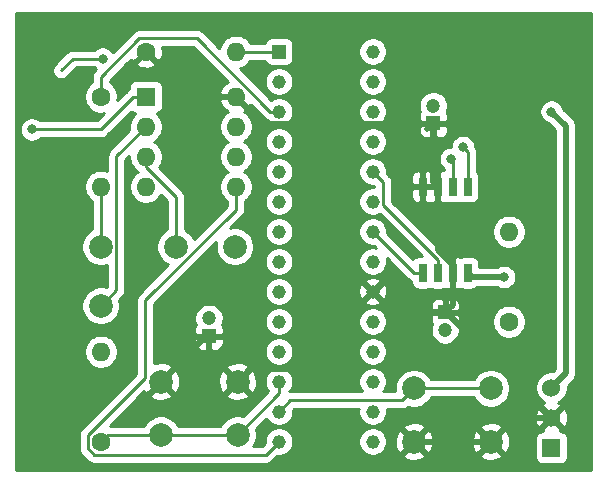
<source format=gtl>
%TF.GenerationSoftware,KiCad,Pcbnew,(5.1.9-0-10_14)*%
%TF.CreationDate,2021-04-15T17:53:14+09:00*%
%TF.ProjectId,RadioExercise,52616469-6f45-4786-9572-636973652e6b,rev?*%
%TF.SameCoordinates,Original*%
%TF.FileFunction,Copper,L1,Top*%
%TF.FilePolarity,Positive*%
%FSLAX46Y46*%
G04 Gerber Fmt 4.6, Leading zero omitted, Abs format (unit mm)*
G04 Created by KiCad (PCBNEW (5.1.9-0-10_14)) date 2021-04-15 17:53:14*
%MOMM*%
%LPD*%
G01*
G04 APERTURE LIST*
%TA.AperFunction,ComponentPad*%
%ADD10C,2.000000*%
%TD*%
%TA.AperFunction,ComponentPad*%
%ADD11C,1.200000*%
%TD*%
%TA.AperFunction,ComponentPad*%
%ADD12R,1.200000X1.200000*%
%TD*%
%TA.AperFunction,ComponentPad*%
%ADD13O,1.600000X1.600000*%
%TD*%
%TA.AperFunction,ComponentPad*%
%ADD14R,1.600000X1.600000*%
%TD*%
%TA.AperFunction,ComponentPad*%
%ADD15C,1.158000*%
%TD*%
%TA.AperFunction,ComponentPad*%
%ADD16R,1.158000X1.158000*%
%TD*%
%TA.AperFunction,SMDPad,CuDef*%
%ADD17R,0.700000X1.550000*%
%TD*%
%TA.AperFunction,ComponentPad*%
%ADD18C,1.600000*%
%TD*%
%TA.AperFunction,ComponentPad*%
%ADD19C,1.524000*%
%TD*%
%TA.AperFunction,ComponentPad*%
%ADD20R,1.524000X1.524000*%
%TD*%
%TA.AperFunction,ViaPad*%
%ADD21C,0.800000*%
%TD*%
%TA.AperFunction,Conductor*%
%ADD22C,0.250000*%
%TD*%
%TA.AperFunction,Conductor*%
%ADD23C,0.500000*%
%TD*%
%TA.AperFunction,Conductor*%
%ADD24C,0.254000*%
%TD*%
%TA.AperFunction,Conductor*%
%ADD25C,0.100000*%
%TD*%
G04 APERTURE END LIST*
D10*
%TO.P,C1,2*%
%TO.N,Net-(C1-Pad2)*%
X177844000Y-75426000D03*
%TO.P,C1,1*%
%TO.N,Net-(C1-Pad1)*%
X177844000Y-70426000D03*
%TD*%
D11*
%TO.P,C2,2*%
%TO.N,GND*%
X187000000Y-76500000D03*
D12*
%TO.P,C2,1*%
%TO.N,VDD*%
X187000000Y-78000000D03*
%TD*%
%TO.P,C3,1*%
%TO.N,VDD*%
X207000000Y-76000000D03*
D11*
%TO.P,C3,2*%
%TO.N,GND*%
X207000000Y-77500000D03*
%TD*%
D10*
%TO.P,C4,1*%
%TO.N,Net-(C4-Pad1)*%
X184194000Y-70426000D03*
%TO.P,C4,2*%
%TO.N,GND*%
X189194000Y-70426000D03*
%TD*%
D11*
%TO.P,C5,2*%
%TO.N,GND*%
X206000000Y-58500000D03*
D12*
%TO.P,C5,1*%
%TO.N,VDD*%
X206000000Y-60000000D03*
%TD*%
D13*
%TO.P,IC1,8*%
%TO.N,VDD*%
X189274000Y-57726000D03*
%TO.P,IC1,4*%
%TO.N,GND*%
X181654000Y-65346000D03*
%TO.P,IC1,7*%
%TO.N,Net-(IC1-Pad7)*%
X189274000Y-60266000D03*
%TO.P,IC1,3*%
%TO.N,Net-(C4-Pad1)*%
X181654000Y-62806000D03*
%TO.P,IC1,6*%
%TO.N,Net-(IC1-Pad6)*%
X189274000Y-62806000D03*
%TO.P,IC1,2*%
%TO.N,Net-(C1-Pad2)*%
X181654000Y-60266000D03*
%TO.P,IC1,5*%
%TO.N,Net-(IC1-Pad5)*%
X189274000Y-65346000D03*
D14*
%TO.P,IC1,1*%
%TO.N,Net-(IC1-Pad1)*%
X181654000Y-57726000D03*
%TD*%
D15*
%TO.P,IC2,28*%
%TO.N,Net-(IC2-Pad28)*%
X200863000Y-53916000D03*
%TO.P,IC2,27*%
%TO.N,Net-(IC2-Pad27)*%
X200863000Y-56456000D03*
%TO.P,IC2,26*%
%TO.N,Net-(IC2-Pad26)*%
X200863000Y-58996000D03*
%TO.P,IC2,25*%
%TO.N,Net-(IC2-Pad25)*%
X200863000Y-61536000D03*
%TO.P,IC2,24*%
%TO.N,Net-(IC2-Pad24)*%
X200863000Y-64076000D03*
%TO.P,IC2,23*%
%TO.N,Net-(IC2-Pad23)*%
X200863000Y-66616000D03*
%TO.P,IC2,22*%
%TO.N,Net-(IC2-Pad22)*%
X200863000Y-69156000D03*
%TO.P,IC2,21*%
%TO.N,Net-(IC2-Pad21)*%
X200863000Y-71696000D03*
%TO.P,IC2,20*%
%TO.N,VDD*%
X200863000Y-74236000D03*
%TO.P,IC2,19*%
%TO.N,GND*%
X200863000Y-76776000D03*
%TO.P,IC2,18*%
%TO.N,Net-(IC2-Pad18)*%
X200863000Y-79316000D03*
%TO.P,IC2,17*%
%TO.N,Net-(IC2-Pad17)*%
X200863000Y-81856000D03*
%TO.P,IC2,16*%
%TO.N,Net-(IC2-Pad16)*%
X200863000Y-84396000D03*
%TO.P,IC2,15*%
%TO.N,Net-(IC2-Pad15)*%
X200863000Y-86936000D03*
%TO.P,IC2,14*%
%TO.N,Net-(IC1-Pad5)*%
X192925000Y-86936000D03*
%TO.P,IC2,13*%
%TO.N,Net-(IC2-Pad13)*%
X192925000Y-84396000D03*
%TO.P,IC2,12*%
%TO.N,Net-(IC2-Pad12)*%
X192925000Y-81856000D03*
%TO.P,IC2,11*%
%TO.N,GND*%
X192925000Y-79316000D03*
%TO.P,IC2,10*%
%TO.N,Net-(IC2-Pad10)*%
X192925000Y-76776000D03*
%TO.P,IC2,9*%
%TO.N,Net-(IC2-Pad9)*%
X192925000Y-74236000D03*
%TO.P,IC2,8*%
%TO.N,GND*%
X192925000Y-71696000D03*
%TO.P,IC2,7*%
%TO.N,Net-(IC2-Pad7)*%
X192925000Y-69156000D03*
%TO.P,IC2,6*%
%TO.N,Net-(IC2-Pad6)*%
X192925000Y-66616000D03*
%TO.P,IC2,5*%
%TO.N,Net-(IC2-Pad5)*%
X192925000Y-64076000D03*
%TO.P,IC2,4*%
%TO.N,Net-(IC2-Pad4)*%
X192925000Y-61536000D03*
%TO.P,IC2,3*%
%TO.N,Net-(IC2-Pad3)*%
X192925000Y-58996000D03*
%TO.P,IC2,2*%
%TO.N,Net-(IC2-Pad2)*%
X192925000Y-56456000D03*
D16*
%TO.P,IC2,1*%
%TO.N,Net-(IC2-Pad1)*%
X192925000Y-53916000D03*
%TD*%
D17*
%TO.P,IC3,8*%
%TO.N,VDD*%
X205095000Y-65350000D03*
%TO.P,IC3,7*%
X206365000Y-65350000D03*
%TO.P,IC3,6*%
%TO.N,Net-(IC2-Pad23)*%
X207635000Y-65350000D03*
%TO.P,IC3,5*%
%TO.N,Net-(IC2-Pad25)*%
X208905000Y-65350000D03*
%TO.P,IC3,4*%
%TO.N,GND*%
X208905000Y-72650000D03*
%TO.P,IC3,3*%
%TO.N,VDD*%
X207635000Y-72650000D03*
%TO.P,IC3,2*%
%TO.N,Net-(IC2-Pad24)*%
X206365000Y-72650000D03*
%TO.P,IC3,1*%
%TO.N,Net-(IC2-Pad22)*%
X205095000Y-72650000D03*
%TD*%
D18*
%TO.P,R2,1*%
%TO.N,Net-(IC2-Pad12)*%
X177844000Y-86936000D03*
D13*
%TO.P,R2,2*%
%TO.N,GND*%
X177844000Y-79316000D03*
%TD*%
%TO.P,R3,2*%
%TO.N,GND*%
X212388000Y-69156000D03*
D18*
%TO.P,R3,1*%
%TO.N,Net-(IC2-Pad13)*%
X212388000Y-76776000D03*
%TD*%
D13*
%TO.P,R4,2*%
%TO.N,Net-(C1-Pad1)*%
X177844000Y-65346000D03*
D18*
%TO.P,R4,1*%
%TO.N,Net-(IC2-Pad3)*%
X177844000Y-57726000D03*
%TD*%
%TO.P,R5,1*%
%TO.N,VDD*%
X181654000Y-53916000D03*
D13*
%TO.P,R5,2*%
%TO.N,Net-(IC2-Pad1)*%
X189274000Y-53916000D03*
%TD*%
D10*
%TO.P,SW1,1*%
%TO.N,VDD*%
X189424000Y-81856000D03*
%TO.P,SW1,2*%
%TO.N,Net-(IC2-Pad12)*%
X189424000Y-86356000D03*
%TO.P,SW1,1*%
%TO.N,VDD*%
X182924000Y-81856000D03*
%TO.P,SW1,2*%
%TO.N,Net-(IC2-Pad12)*%
X182924000Y-86356000D03*
%TD*%
%TO.P,SW2,2*%
%TO.N,Net-(IC2-Pad13)*%
X210864000Y-82436000D03*
%TO.P,SW2,1*%
%TO.N,VDD*%
X210864000Y-86936000D03*
%TO.P,SW2,2*%
%TO.N,Net-(IC2-Pad13)*%
X204364000Y-82436000D03*
%TO.P,SW2,1*%
%TO.N,VDD*%
X204364000Y-86936000D03*
%TD*%
D19*
%TO.P,SW5,3*%
%TO.N,Net-(J1-Pad2)*%
X216000000Y-82364000D03*
%TO.P,SW5,2*%
%TO.N,VDD*%
X216000000Y-84904000D03*
D20*
%TO.P,SW5,1*%
%TO.N,Net-(SW5-Pad1)*%
X216000000Y-87444000D03*
%TD*%
D21*
%TO.N,GND*%
X212000000Y-73000000D03*
%TO.N,Net-(IC1-Pad1)*%
X172000000Y-60500000D03*
%TO.N,Net-(IC1-Pad7)*%
X178000000Y-54500000D03*
%TO.N,Net-(IC2-Pad23)*%
X207500000Y-63000000D03*
%TO.N,Net-(IC2-Pad25)*%
X208500000Y-62000000D03*
%TO.N,Net-(J1-Pad2)*%
X216000000Y-59000000D03*
%TD*%
D22*
%TO.N,Net-(C1-Pad1)*%
X177844000Y-65346000D02*
X177844000Y-70426000D01*
%TO.N,Net-(C1-Pad2)*%
X179169001Y-74100999D02*
X177844000Y-75426000D01*
X179169001Y-62750999D02*
X179169001Y-74100999D01*
X181654000Y-60266000D02*
X179169001Y-62750999D01*
D23*
%TO.N,VDD*%
X212896000Y-84904000D02*
X210864000Y-86936000D01*
X216000000Y-84904000D02*
X212896000Y-84904000D01*
X210864000Y-86936000D02*
X204364000Y-86936000D01*
X207635000Y-75365000D02*
X207635000Y-72650000D01*
X207000000Y-76000000D02*
X207635000Y-75365000D01*
X202627000Y-76000000D02*
X200863000Y-74236000D01*
X207000000Y-76000000D02*
X202627000Y-76000000D01*
X206365000Y-65350000D02*
X205095000Y-65350000D01*
X206365000Y-70714998D02*
X207635000Y-71984998D01*
X207635000Y-71984998D02*
X207635000Y-72650000D01*
X206365000Y-65350000D02*
X206365000Y-70714998D01*
X206000000Y-64985000D02*
X206365000Y-65350000D01*
X206000000Y-60000000D02*
X206000000Y-64985000D01*
X206000000Y-60000000D02*
X205500000Y-60500000D01*
X187000000Y-79432000D02*
X189424000Y-81856000D01*
X187000000Y-78000000D02*
X187000000Y-79432000D01*
X186780000Y-78000000D02*
X182924000Y-81856000D01*
X187000000Y-78000000D02*
X186780000Y-78000000D01*
X185464000Y-57726000D02*
X181654000Y-53916000D01*
X189274000Y-57726000D02*
X185464000Y-57726000D01*
X191573001Y-60025001D02*
X189274000Y-57726000D01*
X205974999Y-60025001D02*
X191573001Y-60025001D01*
X206000000Y-60000000D02*
X205974999Y-60025001D01*
X190453001Y-80826999D02*
X189424000Y-81856000D01*
X194272001Y-80826999D02*
X190453001Y-80826999D01*
X200863000Y-74236000D02*
X194272001Y-80826999D01*
X207096000Y-76000000D02*
X207000000Y-76000000D01*
X216000000Y-84904000D02*
X207096000Y-76000000D01*
X216000000Y-84904000D02*
X216096000Y-84904000D01*
%TO.N,GND*%
X209255000Y-73000000D02*
X208905000Y-72650000D01*
X212000000Y-73000000D02*
X209255000Y-73000000D01*
D22*
%TO.N,Net-(C4-Pad1)*%
X181654000Y-63680998D02*
X181654000Y-62806000D01*
X184194000Y-66220998D02*
X181654000Y-63680998D01*
X184194000Y-70426000D02*
X184194000Y-66220998D01*
%TO.N,Net-(IC1-Pad1)*%
X177830000Y-60500000D02*
X172000000Y-60500000D01*
X180604000Y-57726000D02*
X177830000Y-60500000D01*
X181654000Y-57726000D02*
X180604000Y-57726000D01*
%TO.N,Net-(IC1-Pad5)*%
X191799999Y-88061001D02*
X192925000Y-86936000D01*
X177303999Y-88061001D02*
X191799999Y-88061001D01*
X176718999Y-86395999D02*
X176718999Y-87476001D01*
X181598999Y-74982003D02*
X181598999Y-81515999D01*
X181598999Y-81515999D02*
X176718999Y-86395999D01*
X189274000Y-67307002D02*
X181598999Y-74982003D01*
X176718999Y-87476001D02*
X177303999Y-88061001D01*
X189274000Y-65346000D02*
X189274000Y-67307002D01*
%TO.N,Net-(IC1-Pad7)*%
X178000000Y-54500000D02*
X175500000Y-54500000D01*
X175500000Y-54500000D02*
X174500000Y-55500000D01*
%TO.N,Net-(IC2-Pad1)*%
X192925000Y-53916000D02*
X189274000Y-53916000D01*
%TO.N,Net-(IC2-Pad3)*%
X181113999Y-52790999D02*
X177844000Y-56060998D01*
X192209002Y-58996000D02*
X186004001Y-52790999D01*
X177844000Y-56060998D02*
X177844000Y-57726000D01*
X186004001Y-52790999D02*
X181113999Y-52790999D01*
X192925000Y-58996000D02*
X192209002Y-58996000D01*
%TO.N,Net-(IC2-Pad12)*%
X192925000Y-82855000D02*
X189424000Y-86356000D01*
X192925000Y-81856000D02*
X192925000Y-82855000D01*
X189424000Y-86356000D02*
X182924000Y-86356000D01*
X178424000Y-86356000D02*
X177844000Y-86936000D01*
X182924000Y-86356000D02*
X178424000Y-86356000D01*
%TO.N,Net-(IC2-Pad13)*%
X210864000Y-82436000D02*
X204364000Y-82436000D01*
X193885001Y-83435999D02*
X192925000Y-84396000D01*
X203364001Y-83435999D02*
X193885001Y-83435999D01*
X204364000Y-82436000D02*
X203364001Y-83435999D01*
%TO.N,Net-(IC2-Pad22)*%
X204357000Y-72650000D02*
X200863000Y-69156000D01*
X205095000Y-72650000D02*
X204357000Y-72650000D01*
%TO.N,Net-(IC2-Pad23)*%
X207635000Y-63135000D02*
X207500000Y-63000000D01*
X207635000Y-65350000D02*
X207635000Y-63135000D01*
%TO.N,Net-(IC2-Pad24)*%
X201767001Y-64980001D02*
X200863000Y-64076000D01*
X206365000Y-71528184D02*
X201767001Y-66930185D01*
X201767001Y-66930185D02*
X201767001Y-64980001D01*
X206365000Y-72650000D02*
X206365000Y-71528184D01*
%TO.N,Net-(IC2-Pad25)*%
X208905000Y-62405000D02*
X208500000Y-62000000D01*
X208905000Y-65350000D02*
X208905000Y-62405000D01*
D23*
%TO.N,Net-(J1-Pad2)*%
X217212001Y-60212001D02*
X217212001Y-81151999D01*
X217212001Y-81151999D02*
X216000000Y-82364000D01*
X216000000Y-59000000D02*
X217212001Y-60212001D01*
%TD*%
D24*
%TO.N,VDD*%
X219340001Y-89340000D02*
X170660000Y-89340000D01*
X170660000Y-79174665D01*
X176409000Y-79174665D01*
X176409000Y-79457335D01*
X176464147Y-79734574D01*
X176572320Y-79995727D01*
X176729363Y-80230759D01*
X176929241Y-80430637D01*
X177164273Y-80587680D01*
X177425426Y-80695853D01*
X177702665Y-80751000D01*
X177985335Y-80751000D01*
X178262574Y-80695853D01*
X178523727Y-80587680D01*
X178758759Y-80430637D01*
X178958637Y-80230759D01*
X179115680Y-79995727D01*
X179223853Y-79734574D01*
X179279000Y-79457335D01*
X179279000Y-79174665D01*
X179223853Y-78897426D01*
X179115680Y-78636273D01*
X178958637Y-78401241D01*
X178758759Y-78201363D01*
X178523727Y-78044320D01*
X178262574Y-77936147D01*
X177985335Y-77881000D01*
X177702665Y-77881000D01*
X177425426Y-77936147D01*
X177164273Y-78044320D01*
X176929241Y-78201363D01*
X176729363Y-78401241D01*
X176572320Y-78636273D01*
X176464147Y-78897426D01*
X176409000Y-79174665D01*
X170660000Y-79174665D01*
X170660000Y-60398061D01*
X170965000Y-60398061D01*
X170965000Y-60601939D01*
X171004774Y-60801898D01*
X171082795Y-60990256D01*
X171196063Y-61159774D01*
X171340226Y-61303937D01*
X171509744Y-61417205D01*
X171698102Y-61495226D01*
X171898061Y-61535000D01*
X172101939Y-61535000D01*
X172301898Y-61495226D01*
X172490256Y-61417205D01*
X172659774Y-61303937D01*
X172703711Y-61260000D01*
X177792678Y-61260000D01*
X177830000Y-61263676D01*
X177867322Y-61260000D01*
X177867333Y-61260000D01*
X177978986Y-61249003D01*
X178122247Y-61205546D01*
X178254276Y-61134974D01*
X178370001Y-61040001D01*
X178393804Y-61010997D01*
X180416438Y-58988365D01*
X180499506Y-59056537D01*
X180609820Y-59115502D01*
X180729518Y-59151812D01*
X180737961Y-59152643D01*
X180539363Y-59351241D01*
X180382320Y-59586273D01*
X180274147Y-59847426D01*
X180219000Y-60124665D01*
X180219000Y-60407335D01*
X180255312Y-60589886D01*
X178658004Y-62187195D01*
X178629000Y-62210998D01*
X178592057Y-62256014D01*
X178534027Y-62326723D01*
X178479116Y-62429454D01*
X178463455Y-62458753D01*
X178419998Y-62602014D01*
X178409001Y-62713667D01*
X178409001Y-62713677D01*
X178405325Y-62750999D01*
X178409001Y-62788321D01*
X178409001Y-64026799D01*
X178262574Y-63966147D01*
X177985335Y-63911000D01*
X177702665Y-63911000D01*
X177425426Y-63966147D01*
X177164273Y-64074320D01*
X176929241Y-64231363D01*
X176729363Y-64431241D01*
X176572320Y-64666273D01*
X176464147Y-64927426D01*
X176409000Y-65204665D01*
X176409000Y-65487335D01*
X176464147Y-65764574D01*
X176572320Y-66025727D01*
X176729363Y-66260759D01*
X176929241Y-66460637D01*
X177084000Y-66564044D01*
X177084001Y-68971091D01*
X177069537Y-68977082D01*
X176801748Y-69156013D01*
X176574013Y-69383748D01*
X176395082Y-69651537D01*
X176271832Y-69949088D01*
X176209000Y-70264967D01*
X176209000Y-70587033D01*
X176271832Y-70902912D01*
X176395082Y-71200463D01*
X176574013Y-71468252D01*
X176801748Y-71695987D01*
X177069537Y-71874918D01*
X177367088Y-71998168D01*
X177682967Y-72061000D01*
X178005033Y-72061000D01*
X178320912Y-71998168D01*
X178409002Y-71961680D01*
X178409002Y-73786195D01*
X178335375Y-73859823D01*
X178320912Y-73853832D01*
X178005033Y-73791000D01*
X177682967Y-73791000D01*
X177367088Y-73853832D01*
X177069537Y-73977082D01*
X176801748Y-74156013D01*
X176574013Y-74383748D01*
X176395082Y-74651537D01*
X176271832Y-74949088D01*
X176209000Y-75264967D01*
X176209000Y-75587033D01*
X176271832Y-75902912D01*
X176395082Y-76200463D01*
X176574013Y-76468252D01*
X176801748Y-76695987D01*
X177069537Y-76874918D01*
X177367088Y-76998168D01*
X177682967Y-77061000D01*
X178005033Y-77061000D01*
X178320912Y-76998168D01*
X178618463Y-76874918D01*
X178886252Y-76695987D01*
X179113987Y-76468252D01*
X179292918Y-76200463D01*
X179416168Y-75902912D01*
X179479000Y-75587033D01*
X179479000Y-75264967D01*
X179416168Y-74949088D01*
X179410177Y-74934625D01*
X179680009Y-74664794D01*
X179709002Y-74641000D01*
X179732796Y-74612007D01*
X179732800Y-74612003D01*
X179803974Y-74525276D01*
X179832985Y-74471001D01*
X179874547Y-74393246D01*
X179918004Y-74249985D01*
X179929001Y-74138332D01*
X179929001Y-74138323D01*
X179932677Y-74101000D01*
X179929001Y-74063677D01*
X179929001Y-63065800D01*
X180219000Y-62775801D01*
X180219000Y-62947335D01*
X180274147Y-63224574D01*
X180382320Y-63485727D01*
X180539363Y-63720759D01*
X180739241Y-63920637D01*
X180971759Y-64076000D01*
X180739241Y-64231363D01*
X180539363Y-64431241D01*
X180382320Y-64666273D01*
X180274147Y-64927426D01*
X180219000Y-65204665D01*
X180219000Y-65487335D01*
X180274147Y-65764574D01*
X180382320Y-66025727D01*
X180539363Y-66260759D01*
X180739241Y-66460637D01*
X180974273Y-66617680D01*
X181235426Y-66725853D01*
X181512665Y-66781000D01*
X181795335Y-66781000D01*
X182072574Y-66725853D01*
X182333727Y-66617680D01*
X182568759Y-66460637D01*
X182768637Y-66260759D01*
X182924978Y-66026778D01*
X183434001Y-66535802D01*
X183434000Y-68971091D01*
X183419537Y-68977082D01*
X183151748Y-69156013D01*
X182924013Y-69383748D01*
X182745082Y-69651537D01*
X182621832Y-69949088D01*
X182559000Y-70264967D01*
X182559000Y-70587033D01*
X182621832Y-70902912D01*
X182745082Y-71200463D01*
X182924013Y-71468252D01*
X183151748Y-71695987D01*
X183419537Y-71874918D01*
X183569264Y-71936937D01*
X181088002Y-74418199D01*
X181058998Y-74442002D01*
X181003870Y-74509177D01*
X180964025Y-74557727D01*
X180913882Y-74651537D01*
X180893453Y-74689757D01*
X180849996Y-74833018D01*
X180838999Y-74944671D01*
X180838999Y-74944681D01*
X180835323Y-74982003D01*
X180838999Y-75019326D01*
X180839000Y-81201196D01*
X176208002Y-85832195D01*
X176178998Y-85855998D01*
X176123870Y-85923173D01*
X176084025Y-85971723D01*
X176038877Y-86056188D01*
X176013453Y-86103753D01*
X175969996Y-86247014D01*
X175958999Y-86358667D01*
X175958999Y-86358677D01*
X175955323Y-86395999D01*
X175958999Y-86433322D01*
X175959000Y-87438669D01*
X175955323Y-87476001D01*
X175959000Y-87513334D01*
X175969997Y-87624987D01*
X175973558Y-87636725D01*
X176013453Y-87768247D01*
X176084025Y-87900277D01*
X176155200Y-87987003D01*
X176178999Y-88016002D01*
X176207997Y-88039800D01*
X176740199Y-88572003D01*
X176763998Y-88601002D01*
X176792996Y-88624800D01*
X176879722Y-88695975D01*
X176955608Y-88736537D01*
X177011752Y-88766547D01*
X177155013Y-88810004D01*
X177266666Y-88821001D01*
X177266676Y-88821001D01*
X177303999Y-88824677D01*
X177341322Y-88821001D01*
X191762677Y-88821001D01*
X191799999Y-88824677D01*
X191837321Y-88821001D01*
X191837332Y-88821001D01*
X191948985Y-88810004D01*
X192092246Y-88766547D01*
X192224275Y-88695975D01*
X192340000Y-88601002D01*
X192363803Y-88571999D01*
X192789058Y-88146743D01*
X192805431Y-88150000D01*
X193044569Y-88150000D01*
X193279111Y-88103347D01*
X193500045Y-88011833D01*
X193698880Y-87878975D01*
X193867975Y-87709880D01*
X194000833Y-87511045D01*
X194092347Y-87290111D01*
X194139000Y-87055569D01*
X194139000Y-86816431D01*
X199649000Y-86816431D01*
X199649000Y-87055569D01*
X199695653Y-87290111D01*
X199787167Y-87511045D01*
X199920025Y-87709880D01*
X200089120Y-87878975D01*
X200287955Y-88011833D01*
X200508889Y-88103347D01*
X200743431Y-88150000D01*
X200982569Y-88150000D01*
X201217111Y-88103347D01*
X201294206Y-88071413D01*
X203408192Y-88071413D01*
X203503956Y-88335814D01*
X203793571Y-88476704D01*
X204105108Y-88558384D01*
X204426595Y-88577718D01*
X204745675Y-88533961D01*
X205050088Y-88428795D01*
X205224044Y-88335814D01*
X205319808Y-88071413D01*
X209908192Y-88071413D01*
X210003956Y-88335814D01*
X210293571Y-88476704D01*
X210605108Y-88558384D01*
X210926595Y-88577718D01*
X211245675Y-88533961D01*
X211550088Y-88428795D01*
X211724044Y-88335814D01*
X211819808Y-88071413D01*
X210864000Y-87115605D01*
X209908192Y-88071413D01*
X205319808Y-88071413D01*
X204364000Y-87115605D01*
X203408192Y-88071413D01*
X201294206Y-88071413D01*
X201438045Y-88011833D01*
X201636880Y-87878975D01*
X201805975Y-87709880D01*
X201938833Y-87511045D01*
X202030347Y-87290111D01*
X202077000Y-87055569D01*
X202077000Y-86998595D01*
X202722282Y-86998595D01*
X202766039Y-87317675D01*
X202871205Y-87622088D01*
X202964186Y-87796044D01*
X203228587Y-87891808D01*
X204184395Y-86936000D01*
X204543605Y-86936000D01*
X205499413Y-87891808D01*
X205763814Y-87796044D01*
X205904704Y-87506429D01*
X205986384Y-87194892D01*
X205998189Y-86998595D01*
X209222282Y-86998595D01*
X209266039Y-87317675D01*
X209371205Y-87622088D01*
X209464186Y-87796044D01*
X209728587Y-87891808D01*
X210684395Y-86936000D01*
X211043605Y-86936000D01*
X211999413Y-87891808D01*
X212263814Y-87796044D01*
X212404704Y-87506429D01*
X212486384Y-87194892D01*
X212505718Y-86873405D01*
X212479470Y-86682000D01*
X214599928Y-86682000D01*
X214599928Y-88206000D01*
X214612188Y-88330482D01*
X214648498Y-88450180D01*
X214707463Y-88560494D01*
X214786815Y-88657185D01*
X214883506Y-88736537D01*
X214993820Y-88795502D01*
X215113518Y-88831812D01*
X215238000Y-88844072D01*
X216762000Y-88844072D01*
X216886482Y-88831812D01*
X217006180Y-88795502D01*
X217116494Y-88736537D01*
X217213185Y-88657185D01*
X217292537Y-88560494D01*
X217351502Y-88450180D01*
X217387812Y-88330482D01*
X217400072Y-88206000D01*
X217400072Y-86682000D01*
X217387812Y-86557518D01*
X217351502Y-86437820D01*
X217292537Y-86327506D01*
X217213185Y-86230815D01*
X217116494Y-86151463D01*
X217006180Y-86092498D01*
X216886482Y-86056188D01*
X216762000Y-86043928D01*
X216737317Y-86043928D01*
X216785960Y-85869565D01*
X216000000Y-85083605D01*
X215214040Y-85869565D01*
X215262683Y-86043928D01*
X215238000Y-86043928D01*
X215113518Y-86056188D01*
X214993820Y-86092498D01*
X214883506Y-86151463D01*
X214786815Y-86230815D01*
X214707463Y-86327506D01*
X214648498Y-86437820D01*
X214612188Y-86557518D01*
X214599928Y-86682000D01*
X212479470Y-86682000D01*
X212461961Y-86554325D01*
X212356795Y-86249912D01*
X212263814Y-86075956D01*
X211999413Y-85980192D01*
X211043605Y-86936000D01*
X210684395Y-86936000D01*
X209728587Y-85980192D01*
X209464186Y-86075956D01*
X209323296Y-86365571D01*
X209241616Y-86677108D01*
X209222282Y-86998595D01*
X205998189Y-86998595D01*
X206005718Y-86873405D01*
X205961961Y-86554325D01*
X205856795Y-86249912D01*
X205763814Y-86075956D01*
X205499413Y-85980192D01*
X204543605Y-86936000D01*
X204184395Y-86936000D01*
X203228587Y-85980192D01*
X202964186Y-86075956D01*
X202823296Y-86365571D01*
X202741616Y-86677108D01*
X202722282Y-86998595D01*
X202077000Y-86998595D01*
X202077000Y-86816431D01*
X202030347Y-86581889D01*
X201938833Y-86360955D01*
X201805975Y-86162120D01*
X201636880Y-85993025D01*
X201438045Y-85860167D01*
X201294207Y-85800587D01*
X203408192Y-85800587D01*
X204364000Y-86756395D01*
X205319808Y-85800587D01*
X209908192Y-85800587D01*
X210864000Y-86756395D01*
X211819808Y-85800587D01*
X211724044Y-85536186D01*
X211434429Y-85395296D01*
X211122892Y-85313616D01*
X210801405Y-85294282D01*
X210482325Y-85338039D01*
X210177912Y-85443205D01*
X210003956Y-85536186D01*
X209908192Y-85800587D01*
X205319808Y-85800587D01*
X205224044Y-85536186D01*
X204934429Y-85395296D01*
X204622892Y-85313616D01*
X204301405Y-85294282D01*
X203982325Y-85338039D01*
X203677912Y-85443205D01*
X203503956Y-85536186D01*
X203408192Y-85800587D01*
X201294207Y-85800587D01*
X201217111Y-85768653D01*
X200982569Y-85722000D01*
X200743431Y-85722000D01*
X200508889Y-85768653D01*
X200287955Y-85860167D01*
X200089120Y-85993025D01*
X199920025Y-86162120D01*
X199787167Y-86360955D01*
X199695653Y-86581889D01*
X199649000Y-86816431D01*
X194139000Y-86816431D01*
X194092347Y-86581889D01*
X194000833Y-86360955D01*
X193867975Y-86162120D01*
X193698880Y-85993025D01*
X193500045Y-85860167D01*
X193279111Y-85768653D01*
X193044569Y-85722000D01*
X192805431Y-85722000D01*
X192570889Y-85768653D01*
X192349955Y-85860167D01*
X192151120Y-85993025D01*
X191982025Y-86162120D01*
X191849167Y-86360955D01*
X191757653Y-86581889D01*
X191711000Y-86816431D01*
X191711000Y-87055569D01*
X191714257Y-87071942D01*
X191485198Y-87301001D01*
X190758968Y-87301001D01*
X190872918Y-87130463D01*
X190996168Y-86832912D01*
X191059000Y-86517033D01*
X191059000Y-86194967D01*
X190996168Y-85879088D01*
X190990177Y-85864624D01*
X191863022Y-84991780D01*
X191982025Y-85169880D01*
X192151120Y-85338975D01*
X192349955Y-85471833D01*
X192570889Y-85563347D01*
X192805431Y-85610000D01*
X193044569Y-85610000D01*
X193279111Y-85563347D01*
X193500045Y-85471833D01*
X193698880Y-85338975D01*
X193867975Y-85169880D01*
X194000833Y-84971045D01*
X194092347Y-84750111D01*
X194139000Y-84515569D01*
X194139000Y-84276431D01*
X194135743Y-84260059D01*
X194199804Y-84195999D01*
X199664999Y-84195999D01*
X199649000Y-84276431D01*
X199649000Y-84515569D01*
X199695653Y-84750111D01*
X199787167Y-84971045D01*
X199920025Y-85169880D01*
X200089120Y-85338975D01*
X200287955Y-85471833D01*
X200508889Y-85563347D01*
X200743431Y-85610000D01*
X200982569Y-85610000D01*
X201217111Y-85563347D01*
X201438045Y-85471833D01*
X201636880Y-85338975D01*
X201805975Y-85169880D01*
X201935510Y-84976017D01*
X214598090Y-84976017D01*
X214639078Y-85248133D01*
X214732364Y-85507023D01*
X214794344Y-85622980D01*
X215034435Y-85689960D01*
X215820395Y-84904000D01*
X216179605Y-84904000D01*
X216965565Y-85689960D01*
X217205656Y-85622980D01*
X217322756Y-85373952D01*
X217389023Y-85106865D01*
X217401910Y-84831983D01*
X217360922Y-84559867D01*
X217267636Y-84300977D01*
X217205656Y-84185020D01*
X216965565Y-84118040D01*
X216179605Y-84904000D01*
X215820395Y-84904000D01*
X215034435Y-84118040D01*
X214794344Y-84185020D01*
X214677244Y-84434048D01*
X214610977Y-84701135D01*
X214598090Y-84976017D01*
X201935510Y-84976017D01*
X201938833Y-84971045D01*
X202030347Y-84750111D01*
X202077000Y-84515569D01*
X202077000Y-84276431D01*
X202061001Y-84195999D01*
X203326679Y-84195999D01*
X203364001Y-84199675D01*
X203401323Y-84195999D01*
X203401334Y-84195999D01*
X203512987Y-84185002D01*
X203656248Y-84141545D01*
X203788277Y-84070973D01*
X203872279Y-84002034D01*
X203887088Y-84008168D01*
X204202967Y-84071000D01*
X204525033Y-84071000D01*
X204840912Y-84008168D01*
X205138463Y-83884918D01*
X205406252Y-83705987D01*
X205633987Y-83478252D01*
X205812918Y-83210463D01*
X205818909Y-83196000D01*
X209409091Y-83196000D01*
X209415082Y-83210463D01*
X209594013Y-83478252D01*
X209821748Y-83705987D01*
X210089537Y-83884918D01*
X210387088Y-84008168D01*
X210702967Y-84071000D01*
X211025033Y-84071000D01*
X211340912Y-84008168D01*
X211638463Y-83884918D01*
X211906252Y-83705987D01*
X212133987Y-83478252D01*
X212312918Y-83210463D01*
X212436168Y-82912912D01*
X212499000Y-82597033D01*
X212499000Y-82274967D01*
X212489342Y-82226408D01*
X214603000Y-82226408D01*
X214603000Y-82501592D01*
X214656686Y-82771490D01*
X214761995Y-83025727D01*
X214914880Y-83254535D01*
X215109465Y-83449120D01*
X215338273Y-83602005D01*
X215409943Y-83631692D01*
X215396977Y-83636364D01*
X215281020Y-83698344D01*
X215214040Y-83938435D01*
X216000000Y-84724395D01*
X216785960Y-83938435D01*
X216718980Y-83698344D01*
X216583240Y-83634515D01*
X216661727Y-83602005D01*
X216890535Y-83449120D01*
X217085120Y-83254535D01*
X217238005Y-83025727D01*
X217343314Y-82771490D01*
X217397000Y-82501592D01*
X217397000Y-82226408D01*
X217395701Y-82219878D01*
X217807050Y-81808529D01*
X217840818Y-81780816D01*
X217877245Y-81736431D01*
X217951411Y-81646059D01*
X217977576Y-81597108D01*
X218033590Y-81492312D01*
X218084196Y-81325489D01*
X218097001Y-81195476D01*
X218097001Y-81195466D01*
X218101282Y-81152000D01*
X218097001Y-81108534D01*
X218097001Y-60255466D01*
X218101282Y-60212000D01*
X218097001Y-60168534D01*
X218097001Y-60168524D01*
X218084196Y-60038511D01*
X218033590Y-59871688D01*
X217951412Y-59717942D01*
X217926462Y-59687540D01*
X217868533Y-59616954D01*
X217868531Y-59616952D01*
X217840818Y-59583184D01*
X217807051Y-59555472D01*
X217006535Y-58754957D01*
X216995226Y-58698102D01*
X216917205Y-58509744D01*
X216803937Y-58340226D01*
X216659774Y-58196063D01*
X216490256Y-58082795D01*
X216301898Y-58004774D01*
X216101939Y-57965000D01*
X215898061Y-57965000D01*
X215698102Y-58004774D01*
X215509744Y-58082795D01*
X215340226Y-58196063D01*
X215196063Y-58340226D01*
X215082795Y-58509744D01*
X215004774Y-58698102D01*
X214965000Y-58898061D01*
X214965000Y-59101939D01*
X215004774Y-59301898D01*
X215082795Y-59490256D01*
X215196063Y-59659774D01*
X215340226Y-59803937D01*
X215509744Y-59917205D01*
X215698102Y-59995226D01*
X215754957Y-60006535D01*
X216327001Y-60578580D01*
X216327002Y-80785419D01*
X216144122Y-80968299D01*
X216137592Y-80967000D01*
X215862408Y-80967000D01*
X215592510Y-81020686D01*
X215338273Y-81125995D01*
X215109465Y-81278880D01*
X214914880Y-81473465D01*
X214761995Y-81702273D01*
X214656686Y-81956510D01*
X214603000Y-82226408D01*
X212489342Y-82226408D01*
X212436168Y-81959088D01*
X212312918Y-81661537D01*
X212133987Y-81393748D01*
X211906252Y-81166013D01*
X211638463Y-80987082D01*
X211340912Y-80863832D01*
X211025033Y-80801000D01*
X210702967Y-80801000D01*
X210387088Y-80863832D01*
X210089537Y-80987082D01*
X209821748Y-81166013D01*
X209594013Y-81393748D01*
X209415082Y-81661537D01*
X209409091Y-81676000D01*
X205818909Y-81676000D01*
X205812918Y-81661537D01*
X205633987Y-81393748D01*
X205406252Y-81166013D01*
X205138463Y-80987082D01*
X204840912Y-80863832D01*
X204525033Y-80801000D01*
X204202967Y-80801000D01*
X203887088Y-80863832D01*
X203589537Y-80987082D01*
X203321748Y-81166013D01*
X203094013Y-81393748D01*
X202915082Y-81661537D01*
X202791832Y-81959088D01*
X202729000Y-82274967D01*
X202729000Y-82597033D01*
X202744707Y-82675999D01*
X201759856Y-82675999D01*
X201805975Y-82629880D01*
X201938833Y-82431045D01*
X202030347Y-82210111D01*
X202077000Y-81975569D01*
X202077000Y-81736431D01*
X202030347Y-81501889D01*
X201938833Y-81280955D01*
X201805975Y-81082120D01*
X201636880Y-80913025D01*
X201438045Y-80780167D01*
X201217111Y-80688653D01*
X200982569Y-80642000D01*
X200743431Y-80642000D01*
X200508889Y-80688653D01*
X200287955Y-80780167D01*
X200089120Y-80913025D01*
X199920025Y-81082120D01*
X199787167Y-81280955D01*
X199695653Y-81501889D01*
X199649000Y-81736431D01*
X199649000Y-81975569D01*
X199695653Y-82210111D01*
X199787167Y-82431045D01*
X199920025Y-82629880D01*
X199966144Y-82675999D01*
X193922323Y-82675999D01*
X193885000Y-82672323D01*
X193847677Y-82675999D01*
X193847668Y-82675999D01*
X193819036Y-82678819D01*
X193867975Y-82629880D01*
X194000833Y-82431045D01*
X194092347Y-82210111D01*
X194139000Y-81975569D01*
X194139000Y-81736431D01*
X194092347Y-81501889D01*
X194000833Y-81280955D01*
X193867975Y-81082120D01*
X193698880Y-80913025D01*
X193500045Y-80780167D01*
X193279111Y-80688653D01*
X193044569Y-80642000D01*
X192805431Y-80642000D01*
X192570889Y-80688653D01*
X192349955Y-80780167D01*
X192151120Y-80913025D01*
X191982025Y-81082120D01*
X191849167Y-81280955D01*
X191757653Y-81501889D01*
X191711000Y-81736431D01*
X191711000Y-81975569D01*
X191757653Y-82210111D01*
X191849167Y-82431045D01*
X191982025Y-82629880D01*
X192028672Y-82676527D01*
X189915376Y-84789823D01*
X189900912Y-84783832D01*
X189585033Y-84721000D01*
X189262967Y-84721000D01*
X188947088Y-84783832D01*
X188649537Y-84907082D01*
X188381748Y-85086013D01*
X188154013Y-85313748D01*
X187975082Y-85581537D01*
X187969091Y-85596000D01*
X184378909Y-85596000D01*
X184372918Y-85581537D01*
X184193987Y-85313748D01*
X183966252Y-85086013D01*
X183698463Y-84907082D01*
X183400912Y-84783832D01*
X183085033Y-84721000D01*
X182762967Y-84721000D01*
X182447088Y-84783832D01*
X182149537Y-84907082D01*
X181881748Y-85086013D01*
X181654013Y-85313748D01*
X181475082Y-85581537D01*
X181469091Y-85596000D01*
X178593799Y-85596000D01*
X181198386Y-82991413D01*
X181968192Y-82991413D01*
X182063956Y-83255814D01*
X182353571Y-83396704D01*
X182665108Y-83478384D01*
X182986595Y-83497718D01*
X183305675Y-83453961D01*
X183610088Y-83348795D01*
X183784044Y-83255814D01*
X183879808Y-82991413D01*
X188468192Y-82991413D01*
X188563956Y-83255814D01*
X188853571Y-83396704D01*
X189165108Y-83478384D01*
X189486595Y-83497718D01*
X189805675Y-83453961D01*
X190110088Y-83348795D01*
X190284044Y-83255814D01*
X190379808Y-82991413D01*
X189424000Y-82035605D01*
X188468192Y-82991413D01*
X183879808Y-82991413D01*
X182924000Y-82035605D01*
X181968192Y-82991413D01*
X181198386Y-82991413D01*
X181506620Y-82683180D01*
X181524186Y-82716044D01*
X181788587Y-82811808D01*
X182744395Y-81856000D01*
X183103605Y-81856000D01*
X184059413Y-82811808D01*
X184323814Y-82716044D01*
X184464704Y-82426429D01*
X184546384Y-82114892D01*
X184558189Y-81918595D01*
X187782282Y-81918595D01*
X187826039Y-82237675D01*
X187931205Y-82542088D01*
X188024186Y-82716044D01*
X188288587Y-82811808D01*
X189244395Y-81856000D01*
X189603605Y-81856000D01*
X190559413Y-82811808D01*
X190823814Y-82716044D01*
X190964704Y-82426429D01*
X191046384Y-82114892D01*
X191065718Y-81793405D01*
X191021961Y-81474325D01*
X190916795Y-81169912D01*
X190823814Y-80995956D01*
X190559413Y-80900192D01*
X189603605Y-81856000D01*
X189244395Y-81856000D01*
X188288587Y-80900192D01*
X188024186Y-80995956D01*
X187883296Y-81285571D01*
X187801616Y-81597108D01*
X187782282Y-81918595D01*
X184558189Y-81918595D01*
X184565718Y-81793405D01*
X184521961Y-81474325D01*
X184416795Y-81169912D01*
X184323814Y-80995956D01*
X184059413Y-80900192D01*
X183103605Y-81856000D01*
X182744395Y-81856000D01*
X182730253Y-81841858D01*
X182909858Y-81662253D01*
X182924000Y-81676395D01*
X183879808Y-80720587D01*
X188468192Y-80720587D01*
X189424000Y-81676395D01*
X190379808Y-80720587D01*
X190284044Y-80456186D01*
X189994429Y-80315296D01*
X189682892Y-80233616D01*
X189361405Y-80214282D01*
X189042325Y-80258039D01*
X188737912Y-80363205D01*
X188563956Y-80456186D01*
X188468192Y-80720587D01*
X183879808Y-80720587D01*
X183784044Y-80456186D01*
X183494429Y-80315296D01*
X183182892Y-80233616D01*
X182861405Y-80214282D01*
X182542325Y-80258039D01*
X182358999Y-80321373D01*
X182358999Y-78600000D01*
X185761928Y-78600000D01*
X185774188Y-78724482D01*
X185810498Y-78844180D01*
X185869463Y-78954494D01*
X185948815Y-79051185D01*
X186045506Y-79130537D01*
X186155820Y-79189502D01*
X186275518Y-79225812D01*
X186400000Y-79238072D01*
X186714250Y-79235000D01*
X186873000Y-79076250D01*
X186873000Y-78127000D01*
X187127000Y-78127000D01*
X187127000Y-79076250D01*
X187285750Y-79235000D01*
X187600000Y-79238072D01*
X187724482Y-79225812D01*
X187821338Y-79196431D01*
X191711000Y-79196431D01*
X191711000Y-79435569D01*
X191757653Y-79670111D01*
X191849167Y-79891045D01*
X191982025Y-80089880D01*
X192151120Y-80258975D01*
X192349955Y-80391833D01*
X192570889Y-80483347D01*
X192805431Y-80530000D01*
X193044569Y-80530000D01*
X193279111Y-80483347D01*
X193500045Y-80391833D01*
X193698880Y-80258975D01*
X193867975Y-80089880D01*
X194000833Y-79891045D01*
X194092347Y-79670111D01*
X194139000Y-79435569D01*
X194139000Y-79196431D01*
X199649000Y-79196431D01*
X199649000Y-79435569D01*
X199695653Y-79670111D01*
X199787167Y-79891045D01*
X199920025Y-80089880D01*
X200089120Y-80258975D01*
X200287955Y-80391833D01*
X200508889Y-80483347D01*
X200743431Y-80530000D01*
X200982569Y-80530000D01*
X201217111Y-80483347D01*
X201438045Y-80391833D01*
X201636880Y-80258975D01*
X201805975Y-80089880D01*
X201938833Y-79891045D01*
X202030347Y-79670111D01*
X202077000Y-79435569D01*
X202077000Y-79196431D01*
X202030347Y-78961889D01*
X201938833Y-78740955D01*
X201805975Y-78542120D01*
X201636880Y-78373025D01*
X201438045Y-78240167D01*
X201217111Y-78148653D01*
X200982569Y-78102000D01*
X200743431Y-78102000D01*
X200508889Y-78148653D01*
X200287955Y-78240167D01*
X200089120Y-78373025D01*
X199920025Y-78542120D01*
X199787167Y-78740955D01*
X199695653Y-78961889D01*
X199649000Y-79196431D01*
X194139000Y-79196431D01*
X194092347Y-78961889D01*
X194000833Y-78740955D01*
X193867975Y-78542120D01*
X193698880Y-78373025D01*
X193500045Y-78240167D01*
X193279111Y-78148653D01*
X193044569Y-78102000D01*
X192805431Y-78102000D01*
X192570889Y-78148653D01*
X192349955Y-78240167D01*
X192151120Y-78373025D01*
X191982025Y-78542120D01*
X191849167Y-78740955D01*
X191757653Y-78961889D01*
X191711000Y-79196431D01*
X187821338Y-79196431D01*
X187844180Y-79189502D01*
X187954494Y-79130537D01*
X188051185Y-79051185D01*
X188130537Y-78954494D01*
X188189502Y-78844180D01*
X188225812Y-78724482D01*
X188238072Y-78600000D01*
X188235000Y-78285750D01*
X188076250Y-78127000D01*
X187127000Y-78127000D01*
X186873000Y-78127000D01*
X185923750Y-78127000D01*
X185765000Y-78285750D01*
X185761928Y-78600000D01*
X182358999Y-78600000D01*
X182358999Y-77400000D01*
X185761928Y-77400000D01*
X185765000Y-77714250D01*
X185923750Y-77873000D01*
X186873000Y-77873000D01*
X186873000Y-77853000D01*
X187127000Y-77853000D01*
X187127000Y-77873000D01*
X188076250Y-77873000D01*
X188235000Y-77714250D01*
X188238072Y-77400000D01*
X188225812Y-77275518D01*
X188189502Y-77155820D01*
X188130537Y-77045506D01*
X188117419Y-77029522D01*
X188187540Y-76860236D01*
X188228079Y-76656431D01*
X191711000Y-76656431D01*
X191711000Y-76895569D01*
X191757653Y-77130111D01*
X191849167Y-77351045D01*
X191982025Y-77549880D01*
X192151120Y-77718975D01*
X192349955Y-77851833D01*
X192570889Y-77943347D01*
X192805431Y-77990000D01*
X193044569Y-77990000D01*
X193279111Y-77943347D01*
X193500045Y-77851833D01*
X193698880Y-77718975D01*
X193867975Y-77549880D01*
X194000833Y-77351045D01*
X194092347Y-77130111D01*
X194139000Y-76895569D01*
X194139000Y-76656431D01*
X199649000Y-76656431D01*
X199649000Y-76895569D01*
X199695653Y-77130111D01*
X199787167Y-77351045D01*
X199920025Y-77549880D01*
X200089120Y-77718975D01*
X200287955Y-77851833D01*
X200508889Y-77943347D01*
X200743431Y-77990000D01*
X200982569Y-77990000D01*
X201217111Y-77943347D01*
X201438045Y-77851833D01*
X201636880Y-77718975D01*
X201805975Y-77549880D01*
X201938833Y-77351045D01*
X202030347Y-77130111D01*
X202077000Y-76895569D01*
X202077000Y-76656431D01*
X202065776Y-76600000D01*
X205761928Y-76600000D01*
X205774188Y-76724482D01*
X205810498Y-76844180D01*
X205869463Y-76954494D01*
X205882581Y-76970478D01*
X205812460Y-77139764D01*
X205765000Y-77378363D01*
X205765000Y-77621637D01*
X205812460Y-77860236D01*
X205905557Y-78084992D01*
X206040713Y-78287267D01*
X206212733Y-78459287D01*
X206415008Y-78594443D01*
X206639764Y-78687540D01*
X206878363Y-78735000D01*
X207121637Y-78735000D01*
X207360236Y-78687540D01*
X207584992Y-78594443D01*
X207787267Y-78459287D01*
X207959287Y-78287267D01*
X208094443Y-78084992D01*
X208187540Y-77860236D01*
X208235000Y-77621637D01*
X208235000Y-77378363D01*
X208187540Y-77139764D01*
X208117419Y-76970478D01*
X208130537Y-76954494D01*
X208189502Y-76844180D01*
X208225812Y-76724482D01*
X208234657Y-76634665D01*
X210953000Y-76634665D01*
X210953000Y-76917335D01*
X211008147Y-77194574D01*
X211116320Y-77455727D01*
X211273363Y-77690759D01*
X211473241Y-77890637D01*
X211708273Y-78047680D01*
X211969426Y-78155853D01*
X212246665Y-78211000D01*
X212529335Y-78211000D01*
X212806574Y-78155853D01*
X213067727Y-78047680D01*
X213302759Y-77890637D01*
X213502637Y-77690759D01*
X213659680Y-77455727D01*
X213767853Y-77194574D01*
X213823000Y-76917335D01*
X213823000Y-76634665D01*
X213767853Y-76357426D01*
X213659680Y-76096273D01*
X213502637Y-75861241D01*
X213302759Y-75661363D01*
X213067727Y-75504320D01*
X212806574Y-75396147D01*
X212529335Y-75341000D01*
X212246665Y-75341000D01*
X211969426Y-75396147D01*
X211708273Y-75504320D01*
X211473241Y-75661363D01*
X211273363Y-75861241D01*
X211116320Y-76096273D01*
X211008147Y-76357426D01*
X210953000Y-76634665D01*
X208234657Y-76634665D01*
X208238072Y-76600000D01*
X208235000Y-76285750D01*
X208076250Y-76127000D01*
X207127000Y-76127000D01*
X207127000Y-76147000D01*
X206873000Y-76147000D01*
X206873000Y-76127000D01*
X205923750Y-76127000D01*
X205765000Y-76285750D01*
X205761928Y-76600000D01*
X202065776Y-76600000D01*
X202030347Y-76421889D01*
X201938833Y-76200955D01*
X201805975Y-76002120D01*
X201636880Y-75833025D01*
X201438045Y-75700167D01*
X201217111Y-75608653D01*
X200982569Y-75562000D01*
X200743431Y-75562000D01*
X200508889Y-75608653D01*
X200287955Y-75700167D01*
X200089120Y-75833025D01*
X199920025Y-76002120D01*
X199787167Y-76200955D01*
X199695653Y-76421889D01*
X199649000Y-76656431D01*
X194139000Y-76656431D01*
X194092347Y-76421889D01*
X194000833Y-76200955D01*
X193867975Y-76002120D01*
X193698880Y-75833025D01*
X193500045Y-75700167D01*
X193279111Y-75608653D01*
X193044569Y-75562000D01*
X192805431Y-75562000D01*
X192570889Y-75608653D01*
X192349955Y-75700167D01*
X192151120Y-75833025D01*
X191982025Y-76002120D01*
X191849167Y-76200955D01*
X191757653Y-76421889D01*
X191711000Y-76656431D01*
X188228079Y-76656431D01*
X188235000Y-76621637D01*
X188235000Y-76378363D01*
X188187540Y-76139764D01*
X188094443Y-75915008D01*
X187959287Y-75712733D01*
X187787267Y-75540713D01*
X187584992Y-75405557D01*
X187360236Y-75312460D01*
X187121637Y-75265000D01*
X186878363Y-75265000D01*
X186639764Y-75312460D01*
X186415008Y-75405557D01*
X186212733Y-75540713D01*
X186040713Y-75712733D01*
X185905557Y-75915008D01*
X185812460Y-76139764D01*
X185765000Y-76378363D01*
X185765000Y-76621637D01*
X185812460Y-76860236D01*
X185882581Y-77029522D01*
X185869463Y-77045506D01*
X185810498Y-77155820D01*
X185774188Y-77275518D01*
X185761928Y-77400000D01*
X182358999Y-77400000D01*
X182358999Y-75296804D01*
X183539372Y-74116431D01*
X191711000Y-74116431D01*
X191711000Y-74355569D01*
X191757653Y-74590111D01*
X191849167Y-74811045D01*
X191982025Y-75009880D01*
X192151120Y-75178975D01*
X192349955Y-75311833D01*
X192570889Y-75403347D01*
X192805431Y-75450000D01*
X193044569Y-75450000D01*
X193279111Y-75403347D01*
X193500045Y-75311833D01*
X193698880Y-75178975D01*
X193807118Y-75070737D01*
X200207868Y-75070737D01*
X200252618Y-75292185D01*
X200470397Y-75390970D01*
X200703265Y-75445370D01*
X200942270Y-75453295D01*
X201178230Y-75414440D01*
X201216645Y-75400000D01*
X205761928Y-75400000D01*
X205765000Y-75714250D01*
X205923750Y-75873000D01*
X206873000Y-75873000D01*
X206873000Y-74923750D01*
X207127000Y-74923750D01*
X207127000Y-75873000D01*
X208076250Y-75873000D01*
X208235000Y-75714250D01*
X208238072Y-75400000D01*
X208225812Y-75275518D01*
X208189502Y-75155820D01*
X208130537Y-75045506D01*
X208051185Y-74948815D01*
X207954494Y-74869463D01*
X207844180Y-74810498D01*
X207724482Y-74774188D01*
X207600000Y-74761928D01*
X207285750Y-74765000D01*
X207127000Y-74923750D01*
X206873000Y-74923750D01*
X206714250Y-74765000D01*
X206400000Y-74761928D01*
X206275518Y-74774188D01*
X206155820Y-74810498D01*
X206045506Y-74869463D01*
X205948815Y-74948815D01*
X205869463Y-75045506D01*
X205810498Y-75155820D01*
X205774188Y-75275518D01*
X205761928Y-75400000D01*
X201216645Y-75400000D01*
X201402075Y-75330298D01*
X201473382Y-75292185D01*
X201518132Y-75070737D01*
X200863000Y-74415605D01*
X200207868Y-75070737D01*
X193807118Y-75070737D01*
X193867975Y-75009880D01*
X194000833Y-74811045D01*
X194092347Y-74590111D01*
X194139000Y-74355569D01*
X194139000Y-74315270D01*
X199645705Y-74315270D01*
X199684560Y-74551230D01*
X199768702Y-74775075D01*
X199806815Y-74846382D01*
X200028263Y-74891132D01*
X200683395Y-74236000D01*
X201042605Y-74236000D01*
X201697737Y-74891132D01*
X201919185Y-74846382D01*
X202017970Y-74628603D01*
X202072370Y-74395735D01*
X202080295Y-74156730D01*
X202041440Y-73920770D01*
X201957298Y-73696925D01*
X201919185Y-73625618D01*
X201697737Y-73580868D01*
X201042605Y-74236000D01*
X200683395Y-74236000D01*
X200028263Y-73580868D01*
X199806815Y-73625618D01*
X199708030Y-73843397D01*
X199653630Y-74076265D01*
X199645705Y-74315270D01*
X194139000Y-74315270D01*
X194139000Y-74116431D01*
X194092347Y-73881889D01*
X194000833Y-73660955D01*
X193867975Y-73462120D01*
X193807118Y-73401263D01*
X200207868Y-73401263D01*
X200863000Y-74056395D01*
X201518132Y-73401263D01*
X201473382Y-73179815D01*
X201255603Y-73081030D01*
X201022735Y-73026630D01*
X200783730Y-73018705D01*
X200547770Y-73057560D01*
X200323925Y-73141702D01*
X200252618Y-73179815D01*
X200207868Y-73401263D01*
X193807118Y-73401263D01*
X193698880Y-73293025D01*
X193500045Y-73160167D01*
X193279111Y-73068653D01*
X193044569Y-73022000D01*
X192805431Y-73022000D01*
X192570889Y-73068653D01*
X192349955Y-73160167D01*
X192151120Y-73293025D01*
X191982025Y-73462120D01*
X191849167Y-73660955D01*
X191757653Y-73881889D01*
X191711000Y-74116431D01*
X183539372Y-74116431D01*
X187600755Y-70055048D01*
X187559000Y-70264967D01*
X187559000Y-70587033D01*
X187621832Y-70902912D01*
X187745082Y-71200463D01*
X187924013Y-71468252D01*
X188151748Y-71695987D01*
X188419537Y-71874918D01*
X188717088Y-71998168D01*
X189032967Y-72061000D01*
X189355033Y-72061000D01*
X189670912Y-71998168D01*
X189968463Y-71874918D01*
X190236252Y-71695987D01*
X190355808Y-71576431D01*
X191711000Y-71576431D01*
X191711000Y-71815569D01*
X191757653Y-72050111D01*
X191849167Y-72271045D01*
X191982025Y-72469880D01*
X192151120Y-72638975D01*
X192349955Y-72771833D01*
X192570889Y-72863347D01*
X192805431Y-72910000D01*
X193044569Y-72910000D01*
X193279111Y-72863347D01*
X193500045Y-72771833D01*
X193698880Y-72638975D01*
X193867975Y-72469880D01*
X194000833Y-72271045D01*
X194092347Y-72050111D01*
X194139000Y-71815569D01*
X194139000Y-71576431D01*
X194092347Y-71341889D01*
X194000833Y-71120955D01*
X193867975Y-70922120D01*
X193698880Y-70753025D01*
X193500045Y-70620167D01*
X193279111Y-70528653D01*
X193044569Y-70482000D01*
X192805431Y-70482000D01*
X192570889Y-70528653D01*
X192349955Y-70620167D01*
X192151120Y-70753025D01*
X191982025Y-70922120D01*
X191849167Y-71120955D01*
X191757653Y-71341889D01*
X191711000Y-71576431D01*
X190355808Y-71576431D01*
X190463987Y-71468252D01*
X190642918Y-71200463D01*
X190766168Y-70902912D01*
X190829000Y-70587033D01*
X190829000Y-70264967D01*
X190766168Y-69949088D01*
X190642918Y-69651537D01*
X190463987Y-69383748D01*
X190236252Y-69156013D01*
X190057286Y-69036431D01*
X191711000Y-69036431D01*
X191711000Y-69275569D01*
X191757653Y-69510111D01*
X191849167Y-69731045D01*
X191982025Y-69929880D01*
X192151120Y-70098975D01*
X192349955Y-70231833D01*
X192570889Y-70323347D01*
X192805431Y-70370000D01*
X193044569Y-70370000D01*
X193279111Y-70323347D01*
X193500045Y-70231833D01*
X193698880Y-70098975D01*
X193867975Y-69929880D01*
X194000833Y-69731045D01*
X194092347Y-69510111D01*
X194139000Y-69275569D01*
X194139000Y-69036431D01*
X194092347Y-68801889D01*
X194000833Y-68580955D01*
X193867975Y-68382120D01*
X193698880Y-68213025D01*
X193500045Y-68080167D01*
X193279111Y-67988653D01*
X193044569Y-67942000D01*
X192805431Y-67942000D01*
X192570889Y-67988653D01*
X192349955Y-68080167D01*
X192151120Y-68213025D01*
X191982025Y-68382120D01*
X191849167Y-68580955D01*
X191757653Y-68801889D01*
X191711000Y-69036431D01*
X190057286Y-69036431D01*
X189968463Y-68977082D01*
X189670912Y-68853832D01*
X189355033Y-68791000D01*
X189032967Y-68791000D01*
X188823049Y-68832755D01*
X189785003Y-67870801D01*
X189814001Y-67847003D01*
X189908974Y-67731278D01*
X189979546Y-67599249D01*
X190023003Y-67455988D01*
X190034000Y-67344335D01*
X190037677Y-67307002D01*
X190034000Y-67269669D01*
X190034000Y-66564043D01*
X190135189Y-66496431D01*
X191711000Y-66496431D01*
X191711000Y-66735569D01*
X191757653Y-66970111D01*
X191849167Y-67191045D01*
X191982025Y-67389880D01*
X192151120Y-67558975D01*
X192349955Y-67691833D01*
X192570889Y-67783347D01*
X192805431Y-67830000D01*
X193044569Y-67830000D01*
X193279111Y-67783347D01*
X193500045Y-67691833D01*
X193698880Y-67558975D01*
X193867975Y-67389880D01*
X194000833Y-67191045D01*
X194092347Y-66970111D01*
X194139000Y-66735569D01*
X194139000Y-66496431D01*
X194092347Y-66261889D01*
X194000833Y-66040955D01*
X193867975Y-65842120D01*
X193698880Y-65673025D01*
X193500045Y-65540167D01*
X193279111Y-65448653D01*
X193044569Y-65402000D01*
X192805431Y-65402000D01*
X192570889Y-65448653D01*
X192349955Y-65540167D01*
X192151120Y-65673025D01*
X191982025Y-65842120D01*
X191849167Y-66040955D01*
X191757653Y-66261889D01*
X191711000Y-66496431D01*
X190135189Y-66496431D01*
X190188759Y-66460637D01*
X190388637Y-66260759D01*
X190545680Y-66025727D01*
X190653853Y-65764574D01*
X190709000Y-65487335D01*
X190709000Y-65204665D01*
X190653853Y-64927426D01*
X190545680Y-64666273D01*
X190388637Y-64431241D01*
X190188759Y-64231363D01*
X189956241Y-64076000D01*
X190135189Y-63956431D01*
X191711000Y-63956431D01*
X191711000Y-64195569D01*
X191757653Y-64430111D01*
X191849167Y-64651045D01*
X191982025Y-64849880D01*
X192151120Y-65018975D01*
X192349955Y-65151833D01*
X192570889Y-65243347D01*
X192805431Y-65290000D01*
X193044569Y-65290000D01*
X193279111Y-65243347D01*
X193500045Y-65151833D01*
X193698880Y-65018975D01*
X193867975Y-64849880D01*
X194000833Y-64651045D01*
X194092347Y-64430111D01*
X194139000Y-64195569D01*
X194139000Y-63956431D01*
X199649000Y-63956431D01*
X199649000Y-64195569D01*
X199695653Y-64430111D01*
X199787167Y-64651045D01*
X199920025Y-64849880D01*
X200089120Y-65018975D01*
X200287955Y-65151833D01*
X200508889Y-65243347D01*
X200743431Y-65290000D01*
X200982569Y-65290000D01*
X200998941Y-65286743D01*
X201007002Y-65294804D01*
X201007002Y-65406860D01*
X200982569Y-65402000D01*
X200743431Y-65402000D01*
X200508889Y-65448653D01*
X200287955Y-65540167D01*
X200089120Y-65673025D01*
X199920025Y-65842120D01*
X199787167Y-66040955D01*
X199695653Y-66261889D01*
X199649000Y-66496431D01*
X199649000Y-66735569D01*
X199695653Y-66970111D01*
X199787167Y-67191045D01*
X199920025Y-67389880D01*
X200089120Y-67558975D01*
X200287955Y-67691833D01*
X200508889Y-67783347D01*
X200743431Y-67830000D01*
X200982569Y-67830000D01*
X201217111Y-67783347D01*
X201438045Y-67691833D01*
X201447518Y-67685503D01*
X204998942Y-71236928D01*
X204745000Y-71236928D01*
X204620518Y-71249188D01*
X204500820Y-71285498D01*
X204390506Y-71344463D01*
X204293815Y-71423815D01*
X204254059Y-71472258D01*
X202073743Y-69291942D01*
X202077000Y-69275569D01*
X202077000Y-69036431D01*
X202030347Y-68801889D01*
X201938833Y-68580955D01*
X201805975Y-68382120D01*
X201636880Y-68213025D01*
X201438045Y-68080167D01*
X201217111Y-67988653D01*
X200982569Y-67942000D01*
X200743431Y-67942000D01*
X200508889Y-67988653D01*
X200287955Y-68080167D01*
X200089120Y-68213025D01*
X199920025Y-68382120D01*
X199787167Y-68580955D01*
X199695653Y-68801889D01*
X199649000Y-69036431D01*
X199649000Y-69275569D01*
X199695653Y-69510111D01*
X199787167Y-69731045D01*
X199920025Y-69929880D01*
X200089120Y-70098975D01*
X200287955Y-70231833D01*
X200508889Y-70323347D01*
X200743431Y-70370000D01*
X200982569Y-70370000D01*
X200998942Y-70366743D01*
X201146883Y-70514684D01*
X200982569Y-70482000D01*
X200743431Y-70482000D01*
X200508889Y-70528653D01*
X200287955Y-70620167D01*
X200089120Y-70753025D01*
X199920025Y-70922120D01*
X199787167Y-71120955D01*
X199695653Y-71341889D01*
X199649000Y-71576431D01*
X199649000Y-71815569D01*
X199695653Y-72050111D01*
X199787167Y-72271045D01*
X199920025Y-72469880D01*
X200089120Y-72638975D01*
X200287955Y-72771833D01*
X200508889Y-72863347D01*
X200743431Y-72910000D01*
X200982569Y-72910000D01*
X201217111Y-72863347D01*
X201438045Y-72771833D01*
X201636880Y-72638975D01*
X201805975Y-72469880D01*
X201938833Y-72271045D01*
X202030347Y-72050111D01*
X202077000Y-71815569D01*
X202077000Y-71576431D01*
X202044316Y-71412118D01*
X203793201Y-73161003D01*
X203816999Y-73190001D01*
X203932724Y-73284974D01*
X204064753Y-73355546D01*
X204106928Y-73368339D01*
X204106928Y-73425000D01*
X204119188Y-73549482D01*
X204155498Y-73669180D01*
X204214463Y-73779494D01*
X204293815Y-73876185D01*
X204390506Y-73955537D01*
X204500820Y-74014502D01*
X204620518Y-74050812D01*
X204745000Y-74063072D01*
X205445000Y-74063072D01*
X205569482Y-74050812D01*
X205689180Y-74014502D01*
X205730000Y-73992683D01*
X205770820Y-74014502D01*
X205890518Y-74050812D01*
X206015000Y-74063072D01*
X206715000Y-74063072D01*
X206839482Y-74050812D01*
X206959180Y-74014502D01*
X207000000Y-73992683D01*
X207040820Y-74014502D01*
X207160518Y-74050812D01*
X207285000Y-74063072D01*
X207349250Y-74060000D01*
X207508000Y-73901250D01*
X207508000Y-72777000D01*
X207488000Y-72777000D01*
X207488000Y-72523000D01*
X207508000Y-72523000D01*
X207508000Y-71398750D01*
X207762000Y-71398750D01*
X207762000Y-72523000D01*
X207782000Y-72523000D01*
X207782000Y-72777000D01*
X207762000Y-72777000D01*
X207762000Y-73901250D01*
X207920750Y-74060000D01*
X207985000Y-74063072D01*
X208109482Y-74050812D01*
X208229180Y-74014502D01*
X208270000Y-73992683D01*
X208310820Y-74014502D01*
X208430518Y-74050812D01*
X208555000Y-74063072D01*
X209255000Y-74063072D01*
X209379482Y-74050812D01*
X209499180Y-74014502D01*
X209609494Y-73955537D01*
X209695444Y-73885000D01*
X211461546Y-73885000D01*
X211509744Y-73917205D01*
X211698102Y-73995226D01*
X211898061Y-74035000D01*
X212101939Y-74035000D01*
X212301898Y-73995226D01*
X212490256Y-73917205D01*
X212659774Y-73803937D01*
X212803937Y-73659774D01*
X212917205Y-73490256D01*
X212995226Y-73301898D01*
X213035000Y-73101939D01*
X213035000Y-72898061D01*
X212995226Y-72698102D01*
X212917205Y-72509744D01*
X212803937Y-72340226D01*
X212659774Y-72196063D01*
X212490256Y-72082795D01*
X212301898Y-72004774D01*
X212101939Y-71965000D01*
X211898061Y-71965000D01*
X211698102Y-72004774D01*
X211509744Y-72082795D01*
X211461546Y-72115000D01*
X209893072Y-72115000D01*
X209893072Y-71875000D01*
X209880812Y-71750518D01*
X209844502Y-71630820D01*
X209785537Y-71520506D01*
X209706185Y-71423815D01*
X209609494Y-71344463D01*
X209499180Y-71285498D01*
X209379482Y-71249188D01*
X209255000Y-71236928D01*
X208555000Y-71236928D01*
X208430518Y-71249188D01*
X208310820Y-71285498D01*
X208270000Y-71307317D01*
X208229180Y-71285498D01*
X208109482Y-71249188D01*
X207985000Y-71236928D01*
X207920750Y-71240000D01*
X207762000Y-71398750D01*
X207508000Y-71398750D01*
X207349250Y-71240000D01*
X207285000Y-71236928D01*
X207160518Y-71249188D01*
X207081808Y-71273064D01*
X207070546Y-71235937D01*
X206999974Y-71103908D01*
X206928799Y-71017181D01*
X206905001Y-70988183D01*
X206876003Y-70964385D01*
X204926283Y-69014665D01*
X210953000Y-69014665D01*
X210953000Y-69297335D01*
X211008147Y-69574574D01*
X211116320Y-69835727D01*
X211273363Y-70070759D01*
X211473241Y-70270637D01*
X211708273Y-70427680D01*
X211969426Y-70535853D01*
X212246665Y-70591000D01*
X212529335Y-70591000D01*
X212806574Y-70535853D01*
X213067727Y-70427680D01*
X213302759Y-70270637D01*
X213502637Y-70070759D01*
X213659680Y-69835727D01*
X213767853Y-69574574D01*
X213823000Y-69297335D01*
X213823000Y-69014665D01*
X213767853Y-68737426D01*
X213659680Y-68476273D01*
X213502637Y-68241241D01*
X213302759Y-68041363D01*
X213067727Y-67884320D01*
X212806574Y-67776147D01*
X212529335Y-67721000D01*
X212246665Y-67721000D01*
X211969426Y-67776147D01*
X211708273Y-67884320D01*
X211473241Y-68041363D01*
X211273363Y-68241241D01*
X211116320Y-68476273D01*
X211008147Y-68737426D01*
X210953000Y-69014665D01*
X204926283Y-69014665D01*
X202527001Y-66615384D01*
X202527001Y-66125000D01*
X204106928Y-66125000D01*
X204119188Y-66249482D01*
X204155498Y-66369180D01*
X204214463Y-66479494D01*
X204293815Y-66576185D01*
X204390506Y-66655537D01*
X204500820Y-66714502D01*
X204620518Y-66750812D01*
X204745000Y-66763072D01*
X204809250Y-66760000D01*
X204968000Y-66601250D01*
X204968000Y-65477000D01*
X205222000Y-65477000D01*
X205222000Y-66601250D01*
X205380750Y-66760000D01*
X205445000Y-66763072D01*
X205569482Y-66750812D01*
X205689180Y-66714502D01*
X205730000Y-66692683D01*
X205770820Y-66714502D01*
X205890518Y-66750812D01*
X206015000Y-66763072D01*
X206079250Y-66760000D01*
X206238000Y-66601250D01*
X206238000Y-65477000D01*
X205222000Y-65477000D01*
X204968000Y-65477000D01*
X204268750Y-65477000D01*
X204110000Y-65635750D01*
X204106928Y-66125000D01*
X202527001Y-66125000D01*
X202527001Y-65017323D01*
X202530677Y-64980000D01*
X202527001Y-64942677D01*
X202527001Y-64942668D01*
X202516004Y-64831015D01*
X202472547Y-64687754D01*
X202412278Y-64575000D01*
X204106928Y-64575000D01*
X204110000Y-65064250D01*
X204268750Y-65223000D01*
X204968000Y-65223000D01*
X204968000Y-64098750D01*
X205222000Y-64098750D01*
X205222000Y-65223000D01*
X206238000Y-65223000D01*
X206238000Y-64098750D01*
X206079250Y-63940000D01*
X206015000Y-63936928D01*
X205890518Y-63949188D01*
X205770820Y-63985498D01*
X205730000Y-64007317D01*
X205689180Y-63985498D01*
X205569482Y-63949188D01*
X205445000Y-63936928D01*
X205380750Y-63940000D01*
X205222000Y-64098750D01*
X204968000Y-64098750D01*
X204809250Y-63940000D01*
X204745000Y-63936928D01*
X204620518Y-63949188D01*
X204500820Y-63985498D01*
X204390506Y-64044463D01*
X204293815Y-64123815D01*
X204214463Y-64220506D01*
X204155498Y-64330820D01*
X204119188Y-64450518D01*
X204106928Y-64575000D01*
X202412278Y-64575000D01*
X202401975Y-64555725D01*
X202388812Y-64539686D01*
X202330800Y-64468997D01*
X202330796Y-64468993D01*
X202307002Y-64440000D01*
X202278009Y-64416206D01*
X202073743Y-64211941D01*
X202077000Y-64195569D01*
X202077000Y-63956431D01*
X202030347Y-63721889D01*
X201938833Y-63500955D01*
X201805975Y-63302120D01*
X201636880Y-63133025D01*
X201438045Y-63000167D01*
X201217111Y-62908653D01*
X201163862Y-62898061D01*
X206465000Y-62898061D01*
X206465000Y-63101939D01*
X206504774Y-63301898D01*
X206582795Y-63490256D01*
X206696063Y-63659774D01*
X206840226Y-63803937D01*
X206875001Y-63827173D01*
X206875001Y-63959962D01*
X206839482Y-63949188D01*
X206715000Y-63936928D01*
X206650750Y-63940000D01*
X206492000Y-64098750D01*
X206492000Y-65223000D01*
X206512000Y-65223000D01*
X206512000Y-65477000D01*
X206492000Y-65477000D01*
X206492000Y-66601250D01*
X206650750Y-66760000D01*
X206715000Y-66763072D01*
X206839482Y-66750812D01*
X206959180Y-66714502D01*
X207000000Y-66692683D01*
X207040820Y-66714502D01*
X207160518Y-66750812D01*
X207285000Y-66763072D01*
X207985000Y-66763072D01*
X208109482Y-66750812D01*
X208229180Y-66714502D01*
X208270000Y-66692683D01*
X208310820Y-66714502D01*
X208430518Y-66750812D01*
X208555000Y-66763072D01*
X209255000Y-66763072D01*
X209379482Y-66750812D01*
X209499180Y-66714502D01*
X209609494Y-66655537D01*
X209706185Y-66576185D01*
X209785537Y-66479494D01*
X209844502Y-66369180D01*
X209880812Y-66249482D01*
X209893072Y-66125000D01*
X209893072Y-64575000D01*
X209880812Y-64450518D01*
X209844502Y-64330820D01*
X209785537Y-64220506D01*
X209706185Y-64123815D01*
X209665000Y-64090015D01*
X209665000Y-62442322D01*
X209668676Y-62404999D01*
X209665000Y-62367676D01*
X209665000Y-62367667D01*
X209654003Y-62256014D01*
X209610546Y-62112753D01*
X209539974Y-61980724D01*
X209535000Y-61974663D01*
X209535000Y-61898061D01*
X209495226Y-61698102D01*
X209417205Y-61509744D01*
X209303937Y-61340226D01*
X209159774Y-61196063D01*
X208990256Y-61082795D01*
X208801898Y-61004774D01*
X208601939Y-60965000D01*
X208398061Y-60965000D01*
X208198102Y-61004774D01*
X208009744Y-61082795D01*
X207840226Y-61196063D01*
X207696063Y-61340226D01*
X207582795Y-61509744D01*
X207504774Y-61698102D01*
X207465000Y-61898061D01*
X207465000Y-61965000D01*
X207398061Y-61965000D01*
X207198102Y-62004774D01*
X207009744Y-62082795D01*
X206840226Y-62196063D01*
X206696063Y-62340226D01*
X206582795Y-62509744D01*
X206504774Y-62698102D01*
X206465000Y-62898061D01*
X201163862Y-62898061D01*
X200982569Y-62862000D01*
X200743431Y-62862000D01*
X200508889Y-62908653D01*
X200287955Y-63000167D01*
X200089120Y-63133025D01*
X199920025Y-63302120D01*
X199787167Y-63500955D01*
X199695653Y-63721889D01*
X199649000Y-63956431D01*
X194139000Y-63956431D01*
X194092347Y-63721889D01*
X194000833Y-63500955D01*
X193867975Y-63302120D01*
X193698880Y-63133025D01*
X193500045Y-63000167D01*
X193279111Y-62908653D01*
X193044569Y-62862000D01*
X192805431Y-62862000D01*
X192570889Y-62908653D01*
X192349955Y-63000167D01*
X192151120Y-63133025D01*
X191982025Y-63302120D01*
X191849167Y-63500955D01*
X191757653Y-63721889D01*
X191711000Y-63956431D01*
X190135189Y-63956431D01*
X190188759Y-63920637D01*
X190388637Y-63720759D01*
X190545680Y-63485727D01*
X190653853Y-63224574D01*
X190709000Y-62947335D01*
X190709000Y-62664665D01*
X190653853Y-62387426D01*
X190545680Y-62126273D01*
X190388637Y-61891241D01*
X190188759Y-61691363D01*
X189956241Y-61536000D01*
X190135189Y-61416431D01*
X191711000Y-61416431D01*
X191711000Y-61655569D01*
X191757653Y-61890111D01*
X191849167Y-62111045D01*
X191982025Y-62309880D01*
X192151120Y-62478975D01*
X192349955Y-62611833D01*
X192570889Y-62703347D01*
X192805431Y-62750000D01*
X193044569Y-62750000D01*
X193279111Y-62703347D01*
X193500045Y-62611833D01*
X193698880Y-62478975D01*
X193867975Y-62309880D01*
X194000833Y-62111045D01*
X194092347Y-61890111D01*
X194139000Y-61655569D01*
X194139000Y-61416431D01*
X199649000Y-61416431D01*
X199649000Y-61655569D01*
X199695653Y-61890111D01*
X199787167Y-62111045D01*
X199920025Y-62309880D01*
X200089120Y-62478975D01*
X200287955Y-62611833D01*
X200508889Y-62703347D01*
X200743431Y-62750000D01*
X200982569Y-62750000D01*
X201217111Y-62703347D01*
X201438045Y-62611833D01*
X201636880Y-62478975D01*
X201805975Y-62309880D01*
X201938833Y-62111045D01*
X202030347Y-61890111D01*
X202077000Y-61655569D01*
X202077000Y-61416431D01*
X202030347Y-61181889D01*
X201938833Y-60960955D01*
X201805975Y-60762120D01*
X201643855Y-60600000D01*
X204761928Y-60600000D01*
X204774188Y-60724482D01*
X204810498Y-60844180D01*
X204869463Y-60954494D01*
X204948815Y-61051185D01*
X205045506Y-61130537D01*
X205155820Y-61189502D01*
X205275518Y-61225812D01*
X205400000Y-61238072D01*
X205714250Y-61235000D01*
X205873000Y-61076250D01*
X205873000Y-60127000D01*
X206127000Y-60127000D01*
X206127000Y-61076250D01*
X206285750Y-61235000D01*
X206600000Y-61238072D01*
X206724482Y-61225812D01*
X206844180Y-61189502D01*
X206954494Y-61130537D01*
X207051185Y-61051185D01*
X207130537Y-60954494D01*
X207189502Y-60844180D01*
X207225812Y-60724482D01*
X207238072Y-60600000D01*
X207235000Y-60285750D01*
X207076250Y-60127000D01*
X206127000Y-60127000D01*
X205873000Y-60127000D01*
X204923750Y-60127000D01*
X204765000Y-60285750D01*
X204761928Y-60600000D01*
X201643855Y-60600000D01*
X201636880Y-60593025D01*
X201438045Y-60460167D01*
X201217111Y-60368653D01*
X200982569Y-60322000D01*
X200743431Y-60322000D01*
X200508889Y-60368653D01*
X200287955Y-60460167D01*
X200089120Y-60593025D01*
X199920025Y-60762120D01*
X199787167Y-60960955D01*
X199695653Y-61181889D01*
X199649000Y-61416431D01*
X194139000Y-61416431D01*
X194092347Y-61181889D01*
X194000833Y-60960955D01*
X193867975Y-60762120D01*
X193698880Y-60593025D01*
X193500045Y-60460167D01*
X193279111Y-60368653D01*
X193044569Y-60322000D01*
X192805431Y-60322000D01*
X192570889Y-60368653D01*
X192349955Y-60460167D01*
X192151120Y-60593025D01*
X191982025Y-60762120D01*
X191849167Y-60960955D01*
X191757653Y-61181889D01*
X191711000Y-61416431D01*
X190135189Y-61416431D01*
X190188759Y-61380637D01*
X190388637Y-61180759D01*
X190545680Y-60945727D01*
X190653853Y-60684574D01*
X190709000Y-60407335D01*
X190709000Y-60124665D01*
X190653853Y-59847426D01*
X190545680Y-59586273D01*
X190388637Y-59351241D01*
X190188759Y-59151363D01*
X189953727Y-58994320D01*
X189943135Y-58989933D01*
X190129131Y-58878385D01*
X190337519Y-58689414D01*
X190505037Y-58463420D01*
X190536035Y-58397835D01*
X191645203Y-59507003D01*
X191669001Y-59536001D01*
X191697999Y-59559799D01*
X191784726Y-59630974D01*
X191916755Y-59701546D01*
X191941351Y-59709007D01*
X191982025Y-59769880D01*
X192151120Y-59938975D01*
X192349955Y-60071833D01*
X192570889Y-60163347D01*
X192805431Y-60210000D01*
X193044569Y-60210000D01*
X193279111Y-60163347D01*
X193500045Y-60071833D01*
X193698880Y-59938975D01*
X193867975Y-59769880D01*
X194000833Y-59571045D01*
X194092347Y-59350111D01*
X194139000Y-59115569D01*
X194139000Y-58876431D01*
X199649000Y-58876431D01*
X199649000Y-59115569D01*
X199695653Y-59350111D01*
X199787167Y-59571045D01*
X199920025Y-59769880D01*
X200089120Y-59938975D01*
X200287955Y-60071833D01*
X200508889Y-60163347D01*
X200743431Y-60210000D01*
X200982569Y-60210000D01*
X201217111Y-60163347D01*
X201438045Y-60071833D01*
X201636880Y-59938975D01*
X201805975Y-59769880D01*
X201938833Y-59571045D01*
X202009682Y-59400000D01*
X204761928Y-59400000D01*
X204765000Y-59714250D01*
X204923750Y-59873000D01*
X205873000Y-59873000D01*
X205873000Y-59853000D01*
X206127000Y-59853000D01*
X206127000Y-59873000D01*
X207076250Y-59873000D01*
X207235000Y-59714250D01*
X207238072Y-59400000D01*
X207225812Y-59275518D01*
X207189502Y-59155820D01*
X207130537Y-59045506D01*
X207117419Y-59029522D01*
X207187540Y-58860236D01*
X207235000Y-58621637D01*
X207235000Y-58378363D01*
X207187540Y-58139764D01*
X207094443Y-57915008D01*
X206959287Y-57712733D01*
X206787267Y-57540713D01*
X206584992Y-57405557D01*
X206360236Y-57312460D01*
X206121637Y-57265000D01*
X205878363Y-57265000D01*
X205639764Y-57312460D01*
X205415008Y-57405557D01*
X205212733Y-57540713D01*
X205040713Y-57712733D01*
X204905557Y-57915008D01*
X204812460Y-58139764D01*
X204765000Y-58378363D01*
X204765000Y-58621637D01*
X204812460Y-58860236D01*
X204882581Y-59029522D01*
X204869463Y-59045506D01*
X204810498Y-59155820D01*
X204774188Y-59275518D01*
X204761928Y-59400000D01*
X202009682Y-59400000D01*
X202030347Y-59350111D01*
X202077000Y-59115569D01*
X202077000Y-58876431D01*
X202030347Y-58641889D01*
X201938833Y-58420955D01*
X201805975Y-58222120D01*
X201636880Y-58053025D01*
X201438045Y-57920167D01*
X201217111Y-57828653D01*
X200982569Y-57782000D01*
X200743431Y-57782000D01*
X200508889Y-57828653D01*
X200287955Y-57920167D01*
X200089120Y-58053025D01*
X199920025Y-58222120D01*
X199787167Y-58420955D01*
X199695653Y-58641889D01*
X199649000Y-58876431D01*
X194139000Y-58876431D01*
X194092347Y-58641889D01*
X194000833Y-58420955D01*
X193867975Y-58222120D01*
X193698880Y-58053025D01*
X193500045Y-57920167D01*
X193279111Y-57828653D01*
X193044569Y-57782000D01*
X192805431Y-57782000D01*
X192570889Y-57828653D01*
X192349955Y-57920167D01*
X192264842Y-57977038D01*
X190624235Y-56336431D01*
X191711000Y-56336431D01*
X191711000Y-56575569D01*
X191757653Y-56810111D01*
X191849167Y-57031045D01*
X191982025Y-57229880D01*
X192151120Y-57398975D01*
X192349955Y-57531833D01*
X192570889Y-57623347D01*
X192805431Y-57670000D01*
X193044569Y-57670000D01*
X193279111Y-57623347D01*
X193500045Y-57531833D01*
X193698880Y-57398975D01*
X193867975Y-57229880D01*
X194000833Y-57031045D01*
X194092347Y-56810111D01*
X194139000Y-56575569D01*
X194139000Y-56336431D01*
X199649000Y-56336431D01*
X199649000Y-56575569D01*
X199695653Y-56810111D01*
X199787167Y-57031045D01*
X199920025Y-57229880D01*
X200089120Y-57398975D01*
X200287955Y-57531833D01*
X200508889Y-57623347D01*
X200743431Y-57670000D01*
X200982569Y-57670000D01*
X201217111Y-57623347D01*
X201438045Y-57531833D01*
X201636880Y-57398975D01*
X201805975Y-57229880D01*
X201938833Y-57031045D01*
X202030347Y-56810111D01*
X202077000Y-56575569D01*
X202077000Y-56336431D01*
X202030347Y-56101889D01*
X201938833Y-55880955D01*
X201805975Y-55682120D01*
X201636880Y-55513025D01*
X201438045Y-55380167D01*
X201217111Y-55288653D01*
X200982569Y-55242000D01*
X200743431Y-55242000D01*
X200508889Y-55288653D01*
X200287955Y-55380167D01*
X200089120Y-55513025D01*
X199920025Y-55682120D01*
X199787167Y-55880955D01*
X199695653Y-56101889D01*
X199649000Y-56336431D01*
X194139000Y-56336431D01*
X194092347Y-56101889D01*
X194000833Y-55880955D01*
X193867975Y-55682120D01*
X193698880Y-55513025D01*
X193500045Y-55380167D01*
X193279111Y-55288653D01*
X193044569Y-55242000D01*
X192805431Y-55242000D01*
X192570889Y-55288653D01*
X192349955Y-55380167D01*
X192151120Y-55513025D01*
X191982025Y-55682120D01*
X191849167Y-55880955D01*
X191757653Y-56101889D01*
X191711000Y-56336431D01*
X190624235Y-56336431D01*
X189601727Y-55313924D01*
X189692574Y-55295853D01*
X189953727Y-55187680D01*
X190188759Y-55030637D01*
X190388637Y-54830759D01*
X190492043Y-54676000D01*
X191737333Y-54676000D01*
X191756498Y-54739180D01*
X191815463Y-54849494D01*
X191894815Y-54946185D01*
X191991506Y-55025537D01*
X192101820Y-55084502D01*
X192221518Y-55120812D01*
X192346000Y-55133072D01*
X193504000Y-55133072D01*
X193628482Y-55120812D01*
X193748180Y-55084502D01*
X193858494Y-55025537D01*
X193955185Y-54946185D01*
X194034537Y-54849494D01*
X194093502Y-54739180D01*
X194129812Y-54619482D01*
X194142072Y-54495000D01*
X194142072Y-53796431D01*
X199649000Y-53796431D01*
X199649000Y-54035569D01*
X199695653Y-54270111D01*
X199787167Y-54491045D01*
X199920025Y-54689880D01*
X200089120Y-54858975D01*
X200287955Y-54991833D01*
X200508889Y-55083347D01*
X200743431Y-55130000D01*
X200982569Y-55130000D01*
X201217111Y-55083347D01*
X201438045Y-54991833D01*
X201636880Y-54858975D01*
X201805975Y-54689880D01*
X201938833Y-54491045D01*
X202030347Y-54270111D01*
X202077000Y-54035569D01*
X202077000Y-53796431D01*
X202030347Y-53561889D01*
X201938833Y-53340955D01*
X201805975Y-53142120D01*
X201636880Y-52973025D01*
X201438045Y-52840167D01*
X201217111Y-52748653D01*
X200982569Y-52702000D01*
X200743431Y-52702000D01*
X200508889Y-52748653D01*
X200287955Y-52840167D01*
X200089120Y-52973025D01*
X199920025Y-53142120D01*
X199787167Y-53340955D01*
X199695653Y-53561889D01*
X199649000Y-53796431D01*
X194142072Y-53796431D01*
X194142072Y-53337000D01*
X194129812Y-53212518D01*
X194093502Y-53092820D01*
X194034537Y-52982506D01*
X193955185Y-52885815D01*
X193858494Y-52806463D01*
X193748180Y-52747498D01*
X193628482Y-52711188D01*
X193504000Y-52698928D01*
X192346000Y-52698928D01*
X192221518Y-52711188D01*
X192101820Y-52747498D01*
X191991506Y-52806463D01*
X191894815Y-52885815D01*
X191815463Y-52982506D01*
X191756498Y-53092820D01*
X191737333Y-53156000D01*
X190492043Y-53156000D01*
X190388637Y-53001241D01*
X190188759Y-52801363D01*
X189953727Y-52644320D01*
X189692574Y-52536147D01*
X189415335Y-52481000D01*
X189132665Y-52481000D01*
X188855426Y-52536147D01*
X188594273Y-52644320D01*
X188359241Y-52801363D01*
X188159363Y-53001241D01*
X188002320Y-53236273D01*
X187894147Y-53497426D01*
X187876076Y-53588273D01*
X186567805Y-52280002D01*
X186544002Y-52250998D01*
X186428277Y-52156025D01*
X186296248Y-52085453D01*
X186152987Y-52041996D01*
X186041334Y-52030999D01*
X186041323Y-52030999D01*
X186004001Y-52027323D01*
X185966679Y-52030999D01*
X181151322Y-52030999D01*
X181113999Y-52027323D01*
X181076676Y-52030999D01*
X181076666Y-52030999D01*
X180965013Y-52041996D01*
X180821752Y-52085453D01*
X180689722Y-52156025D01*
X180606082Y-52224667D01*
X180573998Y-52250998D01*
X180550200Y-52279996D01*
X178878451Y-53951745D01*
X178803937Y-53840226D01*
X178659774Y-53696063D01*
X178490256Y-53582795D01*
X178301898Y-53504774D01*
X178101939Y-53465000D01*
X177898061Y-53465000D01*
X177698102Y-53504774D01*
X177509744Y-53582795D01*
X177340226Y-53696063D01*
X177296289Y-53740000D01*
X175537333Y-53740000D01*
X175500000Y-53736323D01*
X175462667Y-53740000D01*
X175351014Y-53750997D01*
X175207753Y-53794454D01*
X175075724Y-53865026D01*
X174959999Y-53959999D01*
X174936201Y-53988997D01*
X173936201Y-54988998D01*
X173865026Y-55075724D01*
X173794454Y-55207754D01*
X173750998Y-55351015D01*
X173736324Y-55500000D01*
X173750998Y-55648985D01*
X173794454Y-55792246D01*
X173865026Y-55924276D01*
X173959999Y-56040001D01*
X174075724Y-56134974D01*
X174207754Y-56205546D01*
X174351015Y-56249002D01*
X174500000Y-56263676D01*
X174648985Y-56249002D01*
X174792246Y-56205546D01*
X174924276Y-56134974D01*
X175011002Y-56063799D01*
X175814802Y-55260000D01*
X177296289Y-55260000D01*
X177340226Y-55303937D01*
X177451745Y-55378452D01*
X177333003Y-55497194D01*
X177303999Y-55520997D01*
X177248871Y-55588172D01*
X177209026Y-55636722D01*
X177184760Y-55682120D01*
X177138454Y-55768752D01*
X177094997Y-55912013D01*
X177084000Y-56023666D01*
X177084000Y-56023676D01*
X177080324Y-56060998D01*
X177084000Y-56098321D01*
X177084000Y-56507956D01*
X176929241Y-56611363D01*
X176729363Y-56811241D01*
X176572320Y-57046273D01*
X176464147Y-57307426D01*
X176409000Y-57584665D01*
X176409000Y-57867335D01*
X176464147Y-58144574D01*
X176572320Y-58405727D01*
X176729363Y-58640759D01*
X176929241Y-58840637D01*
X177164273Y-58997680D01*
X177425426Y-59105853D01*
X177702665Y-59161000D01*
X177985335Y-59161000D01*
X178121230Y-59133968D01*
X177515199Y-59740000D01*
X172703711Y-59740000D01*
X172659774Y-59696063D01*
X172490256Y-59582795D01*
X172301898Y-59504774D01*
X172101939Y-59465000D01*
X171898061Y-59465000D01*
X171698102Y-59504774D01*
X171509744Y-59582795D01*
X171340226Y-59696063D01*
X171196063Y-59840226D01*
X171082795Y-60009744D01*
X171004774Y-60198102D01*
X170965000Y-60398061D01*
X170660000Y-60398061D01*
X170660000Y-50660000D01*
X219340000Y-50660000D01*
X219340001Y-89340000D01*
%TA.AperFunction,Conductor*%
D25*
G36*
X219340001Y-89340000D02*
G01*
X170660000Y-89340000D01*
X170660000Y-79174665D01*
X176409000Y-79174665D01*
X176409000Y-79457335D01*
X176464147Y-79734574D01*
X176572320Y-79995727D01*
X176729363Y-80230759D01*
X176929241Y-80430637D01*
X177164273Y-80587680D01*
X177425426Y-80695853D01*
X177702665Y-80751000D01*
X177985335Y-80751000D01*
X178262574Y-80695853D01*
X178523727Y-80587680D01*
X178758759Y-80430637D01*
X178958637Y-80230759D01*
X179115680Y-79995727D01*
X179223853Y-79734574D01*
X179279000Y-79457335D01*
X179279000Y-79174665D01*
X179223853Y-78897426D01*
X179115680Y-78636273D01*
X178958637Y-78401241D01*
X178758759Y-78201363D01*
X178523727Y-78044320D01*
X178262574Y-77936147D01*
X177985335Y-77881000D01*
X177702665Y-77881000D01*
X177425426Y-77936147D01*
X177164273Y-78044320D01*
X176929241Y-78201363D01*
X176729363Y-78401241D01*
X176572320Y-78636273D01*
X176464147Y-78897426D01*
X176409000Y-79174665D01*
X170660000Y-79174665D01*
X170660000Y-60398061D01*
X170965000Y-60398061D01*
X170965000Y-60601939D01*
X171004774Y-60801898D01*
X171082795Y-60990256D01*
X171196063Y-61159774D01*
X171340226Y-61303937D01*
X171509744Y-61417205D01*
X171698102Y-61495226D01*
X171898061Y-61535000D01*
X172101939Y-61535000D01*
X172301898Y-61495226D01*
X172490256Y-61417205D01*
X172659774Y-61303937D01*
X172703711Y-61260000D01*
X177792678Y-61260000D01*
X177830000Y-61263676D01*
X177867322Y-61260000D01*
X177867333Y-61260000D01*
X177978986Y-61249003D01*
X178122247Y-61205546D01*
X178254276Y-61134974D01*
X178370001Y-61040001D01*
X178393804Y-61010997D01*
X180416438Y-58988365D01*
X180499506Y-59056537D01*
X180609820Y-59115502D01*
X180729518Y-59151812D01*
X180737961Y-59152643D01*
X180539363Y-59351241D01*
X180382320Y-59586273D01*
X180274147Y-59847426D01*
X180219000Y-60124665D01*
X180219000Y-60407335D01*
X180255312Y-60589886D01*
X178658004Y-62187195D01*
X178629000Y-62210998D01*
X178592057Y-62256014D01*
X178534027Y-62326723D01*
X178479116Y-62429454D01*
X178463455Y-62458753D01*
X178419998Y-62602014D01*
X178409001Y-62713667D01*
X178409001Y-62713677D01*
X178405325Y-62750999D01*
X178409001Y-62788321D01*
X178409001Y-64026799D01*
X178262574Y-63966147D01*
X177985335Y-63911000D01*
X177702665Y-63911000D01*
X177425426Y-63966147D01*
X177164273Y-64074320D01*
X176929241Y-64231363D01*
X176729363Y-64431241D01*
X176572320Y-64666273D01*
X176464147Y-64927426D01*
X176409000Y-65204665D01*
X176409000Y-65487335D01*
X176464147Y-65764574D01*
X176572320Y-66025727D01*
X176729363Y-66260759D01*
X176929241Y-66460637D01*
X177084000Y-66564044D01*
X177084001Y-68971091D01*
X177069537Y-68977082D01*
X176801748Y-69156013D01*
X176574013Y-69383748D01*
X176395082Y-69651537D01*
X176271832Y-69949088D01*
X176209000Y-70264967D01*
X176209000Y-70587033D01*
X176271832Y-70902912D01*
X176395082Y-71200463D01*
X176574013Y-71468252D01*
X176801748Y-71695987D01*
X177069537Y-71874918D01*
X177367088Y-71998168D01*
X177682967Y-72061000D01*
X178005033Y-72061000D01*
X178320912Y-71998168D01*
X178409002Y-71961680D01*
X178409002Y-73786195D01*
X178335375Y-73859823D01*
X178320912Y-73853832D01*
X178005033Y-73791000D01*
X177682967Y-73791000D01*
X177367088Y-73853832D01*
X177069537Y-73977082D01*
X176801748Y-74156013D01*
X176574013Y-74383748D01*
X176395082Y-74651537D01*
X176271832Y-74949088D01*
X176209000Y-75264967D01*
X176209000Y-75587033D01*
X176271832Y-75902912D01*
X176395082Y-76200463D01*
X176574013Y-76468252D01*
X176801748Y-76695987D01*
X177069537Y-76874918D01*
X177367088Y-76998168D01*
X177682967Y-77061000D01*
X178005033Y-77061000D01*
X178320912Y-76998168D01*
X178618463Y-76874918D01*
X178886252Y-76695987D01*
X179113987Y-76468252D01*
X179292918Y-76200463D01*
X179416168Y-75902912D01*
X179479000Y-75587033D01*
X179479000Y-75264967D01*
X179416168Y-74949088D01*
X179410177Y-74934625D01*
X179680009Y-74664794D01*
X179709002Y-74641000D01*
X179732796Y-74612007D01*
X179732800Y-74612003D01*
X179803974Y-74525276D01*
X179832985Y-74471001D01*
X179874547Y-74393246D01*
X179918004Y-74249985D01*
X179929001Y-74138332D01*
X179929001Y-74138323D01*
X179932677Y-74101000D01*
X179929001Y-74063677D01*
X179929001Y-63065800D01*
X180219000Y-62775801D01*
X180219000Y-62947335D01*
X180274147Y-63224574D01*
X180382320Y-63485727D01*
X180539363Y-63720759D01*
X180739241Y-63920637D01*
X180971759Y-64076000D01*
X180739241Y-64231363D01*
X180539363Y-64431241D01*
X180382320Y-64666273D01*
X180274147Y-64927426D01*
X180219000Y-65204665D01*
X180219000Y-65487335D01*
X180274147Y-65764574D01*
X180382320Y-66025727D01*
X180539363Y-66260759D01*
X180739241Y-66460637D01*
X180974273Y-66617680D01*
X181235426Y-66725853D01*
X181512665Y-66781000D01*
X181795335Y-66781000D01*
X182072574Y-66725853D01*
X182333727Y-66617680D01*
X182568759Y-66460637D01*
X182768637Y-66260759D01*
X182924978Y-66026778D01*
X183434001Y-66535802D01*
X183434000Y-68971091D01*
X183419537Y-68977082D01*
X183151748Y-69156013D01*
X182924013Y-69383748D01*
X182745082Y-69651537D01*
X182621832Y-69949088D01*
X182559000Y-70264967D01*
X182559000Y-70587033D01*
X182621832Y-70902912D01*
X182745082Y-71200463D01*
X182924013Y-71468252D01*
X183151748Y-71695987D01*
X183419537Y-71874918D01*
X183569264Y-71936937D01*
X181088002Y-74418199D01*
X181058998Y-74442002D01*
X181003870Y-74509177D01*
X180964025Y-74557727D01*
X180913882Y-74651537D01*
X180893453Y-74689757D01*
X180849996Y-74833018D01*
X180838999Y-74944671D01*
X180838999Y-74944681D01*
X180835323Y-74982003D01*
X180838999Y-75019326D01*
X180839000Y-81201196D01*
X176208002Y-85832195D01*
X176178998Y-85855998D01*
X176123870Y-85923173D01*
X176084025Y-85971723D01*
X176038877Y-86056188D01*
X176013453Y-86103753D01*
X175969996Y-86247014D01*
X175958999Y-86358667D01*
X175958999Y-86358677D01*
X175955323Y-86395999D01*
X175958999Y-86433322D01*
X175959000Y-87438669D01*
X175955323Y-87476001D01*
X175959000Y-87513334D01*
X175969997Y-87624987D01*
X175973558Y-87636725D01*
X176013453Y-87768247D01*
X176084025Y-87900277D01*
X176155200Y-87987003D01*
X176178999Y-88016002D01*
X176207997Y-88039800D01*
X176740199Y-88572003D01*
X176763998Y-88601002D01*
X176792996Y-88624800D01*
X176879722Y-88695975D01*
X176955608Y-88736537D01*
X177011752Y-88766547D01*
X177155013Y-88810004D01*
X177266666Y-88821001D01*
X177266676Y-88821001D01*
X177303999Y-88824677D01*
X177341322Y-88821001D01*
X191762677Y-88821001D01*
X191799999Y-88824677D01*
X191837321Y-88821001D01*
X191837332Y-88821001D01*
X191948985Y-88810004D01*
X192092246Y-88766547D01*
X192224275Y-88695975D01*
X192340000Y-88601002D01*
X192363803Y-88571999D01*
X192789058Y-88146743D01*
X192805431Y-88150000D01*
X193044569Y-88150000D01*
X193279111Y-88103347D01*
X193500045Y-88011833D01*
X193698880Y-87878975D01*
X193867975Y-87709880D01*
X194000833Y-87511045D01*
X194092347Y-87290111D01*
X194139000Y-87055569D01*
X194139000Y-86816431D01*
X199649000Y-86816431D01*
X199649000Y-87055569D01*
X199695653Y-87290111D01*
X199787167Y-87511045D01*
X199920025Y-87709880D01*
X200089120Y-87878975D01*
X200287955Y-88011833D01*
X200508889Y-88103347D01*
X200743431Y-88150000D01*
X200982569Y-88150000D01*
X201217111Y-88103347D01*
X201294206Y-88071413D01*
X203408192Y-88071413D01*
X203503956Y-88335814D01*
X203793571Y-88476704D01*
X204105108Y-88558384D01*
X204426595Y-88577718D01*
X204745675Y-88533961D01*
X205050088Y-88428795D01*
X205224044Y-88335814D01*
X205319808Y-88071413D01*
X209908192Y-88071413D01*
X210003956Y-88335814D01*
X210293571Y-88476704D01*
X210605108Y-88558384D01*
X210926595Y-88577718D01*
X211245675Y-88533961D01*
X211550088Y-88428795D01*
X211724044Y-88335814D01*
X211819808Y-88071413D01*
X210864000Y-87115605D01*
X209908192Y-88071413D01*
X205319808Y-88071413D01*
X204364000Y-87115605D01*
X203408192Y-88071413D01*
X201294206Y-88071413D01*
X201438045Y-88011833D01*
X201636880Y-87878975D01*
X201805975Y-87709880D01*
X201938833Y-87511045D01*
X202030347Y-87290111D01*
X202077000Y-87055569D01*
X202077000Y-86998595D01*
X202722282Y-86998595D01*
X202766039Y-87317675D01*
X202871205Y-87622088D01*
X202964186Y-87796044D01*
X203228587Y-87891808D01*
X204184395Y-86936000D01*
X204543605Y-86936000D01*
X205499413Y-87891808D01*
X205763814Y-87796044D01*
X205904704Y-87506429D01*
X205986384Y-87194892D01*
X205998189Y-86998595D01*
X209222282Y-86998595D01*
X209266039Y-87317675D01*
X209371205Y-87622088D01*
X209464186Y-87796044D01*
X209728587Y-87891808D01*
X210684395Y-86936000D01*
X211043605Y-86936000D01*
X211999413Y-87891808D01*
X212263814Y-87796044D01*
X212404704Y-87506429D01*
X212486384Y-87194892D01*
X212505718Y-86873405D01*
X212479470Y-86682000D01*
X214599928Y-86682000D01*
X214599928Y-88206000D01*
X214612188Y-88330482D01*
X214648498Y-88450180D01*
X214707463Y-88560494D01*
X214786815Y-88657185D01*
X214883506Y-88736537D01*
X214993820Y-88795502D01*
X215113518Y-88831812D01*
X215238000Y-88844072D01*
X216762000Y-88844072D01*
X216886482Y-88831812D01*
X217006180Y-88795502D01*
X217116494Y-88736537D01*
X217213185Y-88657185D01*
X217292537Y-88560494D01*
X217351502Y-88450180D01*
X217387812Y-88330482D01*
X217400072Y-88206000D01*
X217400072Y-86682000D01*
X217387812Y-86557518D01*
X217351502Y-86437820D01*
X217292537Y-86327506D01*
X217213185Y-86230815D01*
X217116494Y-86151463D01*
X217006180Y-86092498D01*
X216886482Y-86056188D01*
X216762000Y-86043928D01*
X216737317Y-86043928D01*
X216785960Y-85869565D01*
X216000000Y-85083605D01*
X215214040Y-85869565D01*
X215262683Y-86043928D01*
X215238000Y-86043928D01*
X215113518Y-86056188D01*
X214993820Y-86092498D01*
X214883506Y-86151463D01*
X214786815Y-86230815D01*
X214707463Y-86327506D01*
X214648498Y-86437820D01*
X214612188Y-86557518D01*
X214599928Y-86682000D01*
X212479470Y-86682000D01*
X212461961Y-86554325D01*
X212356795Y-86249912D01*
X212263814Y-86075956D01*
X211999413Y-85980192D01*
X211043605Y-86936000D01*
X210684395Y-86936000D01*
X209728587Y-85980192D01*
X209464186Y-86075956D01*
X209323296Y-86365571D01*
X209241616Y-86677108D01*
X209222282Y-86998595D01*
X205998189Y-86998595D01*
X206005718Y-86873405D01*
X205961961Y-86554325D01*
X205856795Y-86249912D01*
X205763814Y-86075956D01*
X205499413Y-85980192D01*
X204543605Y-86936000D01*
X204184395Y-86936000D01*
X203228587Y-85980192D01*
X202964186Y-86075956D01*
X202823296Y-86365571D01*
X202741616Y-86677108D01*
X202722282Y-86998595D01*
X202077000Y-86998595D01*
X202077000Y-86816431D01*
X202030347Y-86581889D01*
X201938833Y-86360955D01*
X201805975Y-86162120D01*
X201636880Y-85993025D01*
X201438045Y-85860167D01*
X201294207Y-85800587D01*
X203408192Y-85800587D01*
X204364000Y-86756395D01*
X205319808Y-85800587D01*
X209908192Y-85800587D01*
X210864000Y-86756395D01*
X211819808Y-85800587D01*
X211724044Y-85536186D01*
X211434429Y-85395296D01*
X211122892Y-85313616D01*
X210801405Y-85294282D01*
X210482325Y-85338039D01*
X210177912Y-85443205D01*
X210003956Y-85536186D01*
X209908192Y-85800587D01*
X205319808Y-85800587D01*
X205224044Y-85536186D01*
X204934429Y-85395296D01*
X204622892Y-85313616D01*
X204301405Y-85294282D01*
X203982325Y-85338039D01*
X203677912Y-85443205D01*
X203503956Y-85536186D01*
X203408192Y-85800587D01*
X201294207Y-85800587D01*
X201217111Y-85768653D01*
X200982569Y-85722000D01*
X200743431Y-85722000D01*
X200508889Y-85768653D01*
X200287955Y-85860167D01*
X200089120Y-85993025D01*
X199920025Y-86162120D01*
X199787167Y-86360955D01*
X199695653Y-86581889D01*
X199649000Y-86816431D01*
X194139000Y-86816431D01*
X194092347Y-86581889D01*
X194000833Y-86360955D01*
X193867975Y-86162120D01*
X193698880Y-85993025D01*
X193500045Y-85860167D01*
X193279111Y-85768653D01*
X193044569Y-85722000D01*
X192805431Y-85722000D01*
X192570889Y-85768653D01*
X192349955Y-85860167D01*
X192151120Y-85993025D01*
X191982025Y-86162120D01*
X191849167Y-86360955D01*
X191757653Y-86581889D01*
X191711000Y-86816431D01*
X191711000Y-87055569D01*
X191714257Y-87071942D01*
X191485198Y-87301001D01*
X190758968Y-87301001D01*
X190872918Y-87130463D01*
X190996168Y-86832912D01*
X191059000Y-86517033D01*
X191059000Y-86194967D01*
X190996168Y-85879088D01*
X190990177Y-85864624D01*
X191863022Y-84991780D01*
X191982025Y-85169880D01*
X192151120Y-85338975D01*
X192349955Y-85471833D01*
X192570889Y-85563347D01*
X192805431Y-85610000D01*
X193044569Y-85610000D01*
X193279111Y-85563347D01*
X193500045Y-85471833D01*
X193698880Y-85338975D01*
X193867975Y-85169880D01*
X194000833Y-84971045D01*
X194092347Y-84750111D01*
X194139000Y-84515569D01*
X194139000Y-84276431D01*
X194135743Y-84260059D01*
X194199804Y-84195999D01*
X199664999Y-84195999D01*
X199649000Y-84276431D01*
X199649000Y-84515569D01*
X199695653Y-84750111D01*
X199787167Y-84971045D01*
X199920025Y-85169880D01*
X200089120Y-85338975D01*
X200287955Y-85471833D01*
X200508889Y-85563347D01*
X200743431Y-85610000D01*
X200982569Y-85610000D01*
X201217111Y-85563347D01*
X201438045Y-85471833D01*
X201636880Y-85338975D01*
X201805975Y-85169880D01*
X201935510Y-84976017D01*
X214598090Y-84976017D01*
X214639078Y-85248133D01*
X214732364Y-85507023D01*
X214794344Y-85622980D01*
X215034435Y-85689960D01*
X215820395Y-84904000D01*
X216179605Y-84904000D01*
X216965565Y-85689960D01*
X217205656Y-85622980D01*
X217322756Y-85373952D01*
X217389023Y-85106865D01*
X217401910Y-84831983D01*
X217360922Y-84559867D01*
X217267636Y-84300977D01*
X217205656Y-84185020D01*
X216965565Y-84118040D01*
X216179605Y-84904000D01*
X215820395Y-84904000D01*
X215034435Y-84118040D01*
X214794344Y-84185020D01*
X214677244Y-84434048D01*
X214610977Y-84701135D01*
X214598090Y-84976017D01*
X201935510Y-84976017D01*
X201938833Y-84971045D01*
X202030347Y-84750111D01*
X202077000Y-84515569D01*
X202077000Y-84276431D01*
X202061001Y-84195999D01*
X203326679Y-84195999D01*
X203364001Y-84199675D01*
X203401323Y-84195999D01*
X203401334Y-84195999D01*
X203512987Y-84185002D01*
X203656248Y-84141545D01*
X203788277Y-84070973D01*
X203872279Y-84002034D01*
X203887088Y-84008168D01*
X204202967Y-84071000D01*
X204525033Y-84071000D01*
X204840912Y-84008168D01*
X205138463Y-83884918D01*
X205406252Y-83705987D01*
X205633987Y-83478252D01*
X205812918Y-83210463D01*
X205818909Y-83196000D01*
X209409091Y-83196000D01*
X209415082Y-83210463D01*
X209594013Y-83478252D01*
X209821748Y-83705987D01*
X210089537Y-83884918D01*
X210387088Y-84008168D01*
X210702967Y-84071000D01*
X211025033Y-84071000D01*
X211340912Y-84008168D01*
X211638463Y-83884918D01*
X211906252Y-83705987D01*
X212133987Y-83478252D01*
X212312918Y-83210463D01*
X212436168Y-82912912D01*
X212499000Y-82597033D01*
X212499000Y-82274967D01*
X212489342Y-82226408D01*
X214603000Y-82226408D01*
X214603000Y-82501592D01*
X214656686Y-82771490D01*
X214761995Y-83025727D01*
X214914880Y-83254535D01*
X215109465Y-83449120D01*
X215338273Y-83602005D01*
X215409943Y-83631692D01*
X215396977Y-83636364D01*
X215281020Y-83698344D01*
X215214040Y-83938435D01*
X216000000Y-84724395D01*
X216785960Y-83938435D01*
X216718980Y-83698344D01*
X216583240Y-83634515D01*
X216661727Y-83602005D01*
X216890535Y-83449120D01*
X217085120Y-83254535D01*
X217238005Y-83025727D01*
X217343314Y-82771490D01*
X217397000Y-82501592D01*
X217397000Y-82226408D01*
X217395701Y-82219878D01*
X217807050Y-81808529D01*
X217840818Y-81780816D01*
X217877245Y-81736431D01*
X217951411Y-81646059D01*
X217977576Y-81597108D01*
X218033590Y-81492312D01*
X218084196Y-81325489D01*
X218097001Y-81195476D01*
X218097001Y-81195466D01*
X218101282Y-81152000D01*
X218097001Y-81108534D01*
X218097001Y-60255466D01*
X218101282Y-60212000D01*
X218097001Y-60168534D01*
X218097001Y-60168524D01*
X218084196Y-60038511D01*
X218033590Y-59871688D01*
X217951412Y-59717942D01*
X217926462Y-59687540D01*
X217868533Y-59616954D01*
X217868531Y-59616952D01*
X217840818Y-59583184D01*
X217807051Y-59555472D01*
X217006535Y-58754957D01*
X216995226Y-58698102D01*
X216917205Y-58509744D01*
X216803937Y-58340226D01*
X216659774Y-58196063D01*
X216490256Y-58082795D01*
X216301898Y-58004774D01*
X216101939Y-57965000D01*
X215898061Y-57965000D01*
X215698102Y-58004774D01*
X215509744Y-58082795D01*
X215340226Y-58196063D01*
X215196063Y-58340226D01*
X215082795Y-58509744D01*
X215004774Y-58698102D01*
X214965000Y-58898061D01*
X214965000Y-59101939D01*
X215004774Y-59301898D01*
X215082795Y-59490256D01*
X215196063Y-59659774D01*
X215340226Y-59803937D01*
X215509744Y-59917205D01*
X215698102Y-59995226D01*
X215754957Y-60006535D01*
X216327001Y-60578580D01*
X216327002Y-80785419D01*
X216144122Y-80968299D01*
X216137592Y-80967000D01*
X215862408Y-80967000D01*
X215592510Y-81020686D01*
X215338273Y-81125995D01*
X215109465Y-81278880D01*
X214914880Y-81473465D01*
X214761995Y-81702273D01*
X214656686Y-81956510D01*
X214603000Y-82226408D01*
X212489342Y-82226408D01*
X212436168Y-81959088D01*
X212312918Y-81661537D01*
X212133987Y-81393748D01*
X211906252Y-81166013D01*
X211638463Y-80987082D01*
X211340912Y-80863832D01*
X211025033Y-80801000D01*
X210702967Y-80801000D01*
X210387088Y-80863832D01*
X210089537Y-80987082D01*
X209821748Y-81166013D01*
X209594013Y-81393748D01*
X209415082Y-81661537D01*
X209409091Y-81676000D01*
X205818909Y-81676000D01*
X205812918Y-81661537D01*
X205633987Y-81393748D01*
X205406252Y-81166013D01*
X205138463Y-80987082D01*
X204840912Y-80863832D01*
X204525033Y-80801000D01*
X204202967Y-80801000D01*
X203887088Y-80863832D01*
X203589537Y-80987082D01*
X203321748Y-81166013D01*
X203094013Y-81393748D01*
X202915082Y-81661537D01*
X202791832Y-81959088D01*
X202729000Y-82274967D01*
X202729000Y-82597033D01*
X202744707Y-82675999D01*
X201759856Y-82675999D01*
X201805975Y-82629880D01*
X201938833Y-82431045D01*
X202030347Y-82210111D01*
X202077000Y-81975569D01*
X202077000Y-81736431D01*
X202030347Y-81501889D01*
X201938833Y-81280955D01*
X201805975Y-81082120D01*
X201636880Y-80913025D01*
X201438045Y-80780167D01*
X201217111Y-80688653D01*
X200982569Y-80642000D01*
X200743431Y-80642000D01*
X200508889Y-80688653D01*
X200287955Y-80780167D01*
X200089120Y-80913025D01*
X199920025Y-81082120D01*
X199787167Y-81280955D01*
X199695653Y-81501889D01*
X199649000Y-81736431D01*
X199649000Y-81975569D01*
X199695653Y-82210111D01*
X199787167Y-82431045D01*
X199920025Y-82629880D01*
X199966144Y-82675999D01*
X193922323Y-82675999D01*
X193885000Y-82672323D01*
X193847677Y-82675999D01*
X193847668Y-82675999D01*
X193819036Y-82678819D01*
X193867975Y-82629880D01*
X194000833Y-82431045D01*
X194092347Y-82210111D01*
X194139000Y-81975569D01*
X194139000Y-81736431D01*
X194092347Y-81501889D01*
X194000833Y-81280955D01*
X193867975Y-81082120D01*
X193698880Y-80913025D01*
X193500045Y-80780167D01*
X193279111Y-80688653D01*
X193044569Y-80642000D01*
X192805431Y-80642000D01*
X192570889Y-80688653D01*
X192349955Y-80780167D01*
X192151120Y-80913025D01*
X191982025Y-81082120D01*
X191849167Y-81280955D01*
X191757653Y-81501889D01*
X191711000Y-81736431D01*
X191711000Y-81975569D01*
X191757653Y-82210111D01*
X191849167Y-82431045D01*
X191982025Y-82629880D01*
X192028672Y-82676527D01*
X189915376Y-84789823D01*
X189900912Y-84783832D01*
X189585033Y-84721000D01*
X189262967Y-84721000D01*
X188947088Y-84783832D01*
X188649537Y-84907082D01*
X188381748Y-85086013D01*
X188154013Y-85313748D01*
X187975082Y-85581537D01*
X187969091Y-85596000D01*
X184378909Y-85596000D01*
X184372918Y-85581537D01*
X184193987Y-85313748D01*
X183966252Y-85086013D01*
X183698463Y-84907082D01*
X183400912Y-84783832D01*
X183085033Y-84721000D01*
X182762967Y-84721000D01*
X182447088Y-84783832D01*
X182149537Y-84907082D01*
X181881748Y-85086013D01*
X181654013Y-85313748D01*
X181475082Y-85581537D01*
X181469091Y-85596000D01*
X178593799Y-85596000D01*
X181198386Y-82991413D01*
X181968192Y-82991413D01*
X182063956Y-83255814D01*
X182353571Y-83396704D01*
X182665108Y-83478384D01*
X182986595Y-83497718D01*
X183305675Y-83453961D01*
X183610088Y-83348795D01*
X183784044Y-83255814D01*
X183879808Y-82991413D01*
X188468192Y-82991413D01*
X188563956Y-83255814D01*
X188853571Y-83396704D01*
X189165108Y-83478384D01*
X189486595Y-83497718D01*
X189805675Y-83453961D01*
X190110088Y-83348795D01*
X190284044Y-83255814D01*
X190379808Y-82991413D01*
X189424000Y-82035605D01*
X188468192Y-82991413D01*
X183879808Y-82991413D01*
X182924000Y-82035605D01*
X181968192Y-82991413D01*
X181198386Y-82991413D01*
X181506620Y-82683180D01*
X181524186Y-82716044D01*
X181788587Y-82811808D01*
X182744395Y-81856000D01*
X183103605Y-81856000D01*
X184059413Y-82811808D01*
X184323814Y-82716044D01*
X184464704Y-82426429D01*
X184546384Y-82114892D01*
X184558189Y-81918595D01*
X187782282Y-81918595D01*
X187826039Y-82237675D01*
X187931205Y-82542088D01*
X188024186Y-82716044D01*
X188288587Y-82811808D01*
X189244395Y-81856000D01*
X189603605Y-81856000D01*
X190559413Y-82811808D01*
X190823814Y-82716044D01*
X190964704Y-82426429D01*
X191046384Y-82114892D01*
X191065718Y-81793405D01*
X191021961Y-81474325D01*
X190916795Y-81169912D01*
X190823814Y-80995956D01*
X190559413Y-80900192D01*
X189603605Y-81856000D01*
X189244395Y-81856000D01*
X188288587Y-80900192D01*
X188024186Y-80995956D01*
X187883296Y-81285571D01*
X187801616Y-81597108D01*
X187782282Y-81918595D01*
X184558189Y-81918595D01*
X184565718Y-81793405D01*
X184521961Y-81474325D01*
X184416795Y-81169912D01*
X184323814Y-80995956D01*
X184059413Y-80900192D01*
X183103605Y-81856000D01*
X182744395Y-81856000D01*
X182730253Y-81841858D01*
X182909858Y-81662253D01*
X182924000Y-81676395D01*
X183879808Y-80720587D01*
X188468192Y-80720587D01*
X189424000Y-81676395D01*
X190379808Y-80720587D01*
X190284044Y-80456186D01*
X189994429Y-80315296D01*
X189682892Y-80233616D01*
X189361405Y-80214282D01*
X189042325Y-80258039D01*
X188737912Y-80363205D01*
X188563956Y-80456186D01*
X188468192Y-80720587D01*
X183879808Y-80720587D01*
X183784044Y-80456186D01*
X183494429Y-80315296D01*
X183182892Y-80233616D01*
X182861405Y-80214282D01*
X182542325Y-80258039D01*
X182358999Y-80321373D01*
X182358999Y-78600000D01*
X185761928Y-78600000D01*
X185774188Y-78724482D01*
X185810498Y-78844180D01*
X185869463Y-78954494D01*
X185948815Y-79051185D01*
X186045506Y-79130537D01*
X186155820Y-79189502D01*
X186275518Y-79225812D01*
X186400000Y-79238072D01*
X186714250Y-79235000D01*
X186873000Y-79076250D01*
X186873000Y-78127000D01*
X187127000Y-78127000D01*
X187127000Y-79076250D01*
X187285750Y-79235000D01*
X187600000Y-79238072D01*
X187724482Y-79225812D01*
X187821338Y-79196431D01*
X191711000Y-79196431D01*
X191711000Y-79435569D01*
X191757653Y-79670111D01*
X191849167Y-79891045D01*
X191982025Y-80089880D01*
X192151120Y-80258975D01*
X192349955Y-80391833D01*
X192570889Y-80483347D01*
X192805431Y-80530000D01*
X193044569Y-80530000D01*
X193279111Y-80483347D01*
X193500045Y-80391833D01*
X193698880Y-80258975D01*
X193867975Y-80089880D01*
X194000833Y-79891045D01*
X194092347Y-79670111D01*
X194139000Y-79435569D01*
X194139000Y-79196431D01*
X199649000Y-79196431D01*
X199649000Y-79435569D01*
X199695653Y-79670111D01*
X199787167Y-79891045D01*
X199920025Y-80089880D01*
X200089120Y-80258975D01*
X200287955Y-80391833D01*
X200508889Y-80483347D01*
X200743431Y-80530000D01*
X200982569Y-80530000D01*
X201217111Y-80483347D01*
X201438045Y-80391833D01*
X201636880Y-80258975D01*
X201805975Y-80089880D01*
X201938833Y-79891045D01*
X202030347Y-79670111D01*
X202077000Y-79435569D01*
X202077000Y-79196431D01*
X202030347Y-78961889D01*
X201938833Y-78740955D01*
X201805975Y-78542120D01*
X201636880Y-78373025D01*
X201438045Y-78240167D01*
X201217111Y-78148653D01*
X200982569Y-78102000D01*
X200743431Y-78102000D01*
X200508889Y-78148653D01*
X200287955Y-78240167D01*
X200089120Y-78373025D01*
X199920025Y-78542120D01*
X199787167Y-78740955D01*
X199695653Y-78961889D01*
X199649000Y-79196431D01*
X194139000Y-79196431D01*
X194092347Y-78961889D01*
X194000833Y-78740955D01*
X193867975Y-78542120D01*
X193698880Y-78373025D01*
X193500045Y-78240167D01*
X193279111Y-78148653D01*
X193044569Y-78102000D01*
X192805431Y-78102000D01*
X192570889Y-78148653D01*
X192349955Y-78240167D01*
X192151120Y-78373025D01*
X191982025Y-78542120D01*
X191849167Y-78740955D01*
X191757653Y-78961889D01*
X191711000Y-79196431D01*
X187821338Y-79196431D01*
X187844180Y-79189502D01*
X187954494Y-79130537D01*
X188051185Y-79051185D01*
X188130537Y-78954494D01*
X188189502Y-78844180D01*
X188225812Y-78724482D01*
X188238072Y-78600000D01*
X188235000Y-78285750D01*
X188076250Y-78127000D01*
X187127000Y-78127000D01*
X186873000Y-78127000D01*
X185923750Y-78127000D01*
X185765000Y-78285750D01*
X185761928Y-78600000D01*
X182358999Y-78600000D01*
X182358999Y-77400000D01*
X185761928Y-77400000D01*
X185765000Y-77714250D01*
X185923750Y-77873000D01*
X186873000Y-77873000D01*
X186873000Y-77853000D01*
X187127000Y-77853000D01*
X187127000Y-77873000D01*
X188076250Y-77873000D01*
X188235000Y-77714250D01*
X188238072Y-77400000D01*
X188225812Y-77275518D01*
X188189502Y-77155820D01*
X188130537Y-77045506D01*
X188117419Y-77029522D01*
X188187540Y-76860236D01*
X188228079Y-76656431D01*
X191711000Y-76656431D01*
X191711000Y-76895569D01*
X191757653Y-77130111D01*
X191849167Y-77351045D01*
X191982025Y-77549880D01*
X192151120Y-77718975D01*
X192349955Y-77851833D01*
X192570889Y-77943347D01*
X192805431Y-77990000D01*
X193044569Y-77990000D01*
X193279111Y-77943347D01*
X193500045Y-77851833D01*
X193698880Y-77718975D01*
X193867975Y-77549880D01*
X194000833Y-77351045D01*
X194092347Y-77130111D01*
X194139000Y-76895569D01*
X194139000Y-76656431D01*
X199649000Y-76656431D01*
X199649000Y-76895569D01*
X199695653Y-77130111D01*
X199787167Y-77351045D01*
X199920025Y-77549880D01*
X200089120Y-77718975D01*
X200287955Y-77851833D01*
X200508889Y-77943347D01*
X200743431Y-77990000D01*
X200982569Y-77990000D01*
X201217111Y-77943347D01*
X201438045Y-77851833D01*
X201636880Y-77718975D01*
X201805975Y-77549880D01*
X201938833Y-77351045D01*
X202030347Y-77130111D01*
X202077000Y-76895569D01*
X202077000Y-76656431D01*
X202065776Y-76600000D01*
X205761928Y-76600000D01*
X205774188Y-76724482D01*
X205810498Y-76844180D01*
X205869463Y-76954494D01*
X205882581Y-76970478D01*
X205812460Y-77139764D01*
X205765000Y-77378363D01*
X205765000Y-77621637D01*
X205812460Y-77860236D01*
X205905557Y-78084992D01*
X206040713Y-78287267D01*
X206212733Y-78459287D01*
X206415008Y-78594443D01*
X206639764Y-78687540D01*
X206878363Y-78735000D01*
X207121637Y-78735000D01*
X207360236Y-78687540D01*
X207584992Y-78594443D01*
X207787267Y-78459287D01*
X207959287Y-78287267D01*
X208094443Y-78084992D01*
X208187540Y-77860236D01*
X208235000Y-77621637D01*
X208235000Y-77378363D01*
X208187540Y-77139764D01*
X208117419Y-76970478D01*
X208130537Y-76954494D01*
X208189502Y-76844180D01*
X208225812Y-76724482D01*
X208234657Y-76634665D01*
X210953000Y-76634665D01*
X210953000Y-76917335D01*
X211008147Y-77194574D01*
X211116320Y-77455727D01*
X211273363Y-77690759D01*
X211473241Y-77890637D01*
X211708273Y-78047680D01*
X211969426Y-78155853D01*
X212246665Y-78211000D01*
X212529335Y-78211000D01*
X212806574Y-78155853D01*
X213067727Y-78047680D01*
X213302759Y-77890637D01*
X213502637Y-77690759D01*
X213659680Y-77455727D01*
X213767853Y-77194574D01*
X213823000Y-76917335D01*
X213823000Y-76634665D01*
X213767853Y-76357426D01*
X213659680Y-76096273D01*
X213502637Y-75861241D01*
X213302759Y-75661363D01*
X213067727Y-75504320D01*
X212806574Y-75396147D01*
X212529335Y-75341000D01*
X212246665Y-75341000D01*
X211969426Y-75396147D01*
X211708273Y-75504320D01*
X211473241Y-75661363D01*
X211273363Y-75861241D01*
X211116320Y-76096273D01*
X211008147Y-76357426D01*
X210953000Y-76634665D01*
X208234657Y-76634665D01*
X208238072Y-76600000D01*
X208235000Y-76285750D01*
X208076250Y-76127000D01*
X207127000Y-76127000D01*
X207127000Y-76147000D01*
X206873000Y-76147000D01*
X206873000Y-76127000D01*
X205923750Y-76127000D01*
X205765000Y-76285750D01*
X205761928Y-76600000D01*
X202065776Y-76600000D01*
X202030347Y-76421889D01*
X201938833Y-76200955D01*
X201805975Y-76002120D01*
X201636880Y-75833025D01*
X201438045Y-75700167D01*
X201217111Y-75608653D01*
X200982569Y-75562000D01*
X200743431Y-75562000D01*
X200508889Y-75608653D01*
X200287955Y-75700167D01*
X200089120Y-75833025D01*
X199920025Y-76002120D01*
X199787167Y-76200955D01*
X199695653Y-76421889D01*
X199649000Y-76656431D01*
X194139000Y-76656431D01*
X194092347Y-76421889D01*
X194000833Y-76200955D01*
X193867975Y-76002120D01*
X193698880Y-75833025D01*
X193500045Y-75700167D01*
X193279111Y-75608653D01*
X193044569Y-75562000D01*
X192805431Y-75562000D01*
X192570889Y-75608653D01*
X192349955Y-75700167D01*
X192151120Y-75833025D01*
X191982025Y-76002120D01*
X191849167Y-76200955D01*
X191757653Y-76421889D01*
X191711000Y-76656431D01*
X188228079Y-76656431D01*
X188235000Y-76621637D01*
X188235000Y-76378363D01*
X188187540Y-76139764D01*
X188094443Y-75915008D01*
X187959287Y-75712733D01*
X187787267Y-75540713D01*
X187584992Y-75405557D01*
X187360236Y-75312460D01*
X187121637Y-75265000D01*
X186878363Y-75265000D01*
X186639764Y-75312460D01*
X186415008Y-75405557D01*
X186212733Y-75540713D01*
X186040713Y-75712733D01*
X185905557Y-75915008D01*
X185812460Y-76139764D01*
X185765000Y-76378363D01*
X185765000Y-76621637D01*
X185812460Y-76860236D01*
X185882581Y-77029522D01*
X185869463Y-77045506D01*
X185810498Y-77155820D01*
X185774188Y-77275518D01*
X185761928Y-77400000D01*
X182358999Y-77400000D01*
X182358999Y-75296804D01*
X183539372Y-74116431D01*
X191711000Y-74116431D01*
X191711000Y-74355569D01*
X191757653Y-74590111D01*
X191849167Y-74811045D01*
X191982025Y-75009880D01*
X192151120Y-75178975D01*
X192349955Y-75311833D01*
X192570889Y-75403347D01*
X192805431Y-75450000D01*
X193044569Y-75450000D01*
X193279111Y-75403347D01*
X193500045Y-75311833D01*
X193698880Y-75178975D01*
X193807118Y-75070737D01*
X200207868Y-75070737D01*
X200252618Y-75292185D01*
X200470397Y-75390970D01*
X200703265Y-75445370D01*
X200942270Y-75453295D01*
X201178230Y-75414440D01*
X201216645Y-75400000D01*
X205761928Y-75400000D01*
X205765000Y-75714250D01*
X205923750Y-75873000D01*
X206873000Y-75873000D01*
X206873000Y-74923750D01*
X207127000Y-74923750D01*
X207127000Y-75873000D01*
X208076250Y-75873000D01*
X208235000Y-75714250D01*
X208238072Y-75400000D01*
X208225812Y-75275518D01*
X208189502Y-75155820D01*
X208130537Y-75045506D01*
X208051185Y-74948815D01*
X207954494Y-74869463D01*
X207844180Y-74810498D01*
X207724482Y-74774188D01*
X207600000Y-74761928D01*
X207285750Y-74765000D01*
X207127000Y-74923750D01*
X206873000Y-74923750D01*
X206714250Y-74765000D01*
X206400000Y-74761928D01*
X206275518Y-74774188D01*
X206155820Y-74810498D01*
X206045506Y-74869463D01*
X205948815Y-74948815D01*
X205869463Y-75045506D01*
X205810498Y-75155820D01*
X205774188Y-75275518D01*
X205761928Y-75400000D01*
X201216645Y-75400000D01*
X201402075Y-75330298D01*
X201473382Y-75292185D01*
X201518132Y-75070737D01*
X200863000Y-74415605D01*
X200207868Y-75070737D01*
X193807118Y-75070737D01*
X193867975Y-75009880D01*
X194000833Y-74811045D01*
X194092347Y-74590111D01*
X194139000Y-74355569D01*
X194139000Y-74315270D01*
X199645705Y-74315270D01*
X199684560Y-74551230D01*
X199768702Y-74775075D01*
X199806815Y-74846382D01*
X200028263Y-74891132D01*
X200683395Y-74236000D01*
X201042605Y-74236000D01*
X201697737Y-74891132D01*
X201919185Y-74846382D01*
X202017970Y-74628603D01*
X202072370Y-74395735D01*
X202080295Y-74156730D01*
X202041440Y-73920770D01*
X201957298Y-73696925D01*
X201919185Y-73625618D01*
X201697737Y-73580868D01*
X201042605Y-74236000D01*
X200683395Y-74236000D01*
X200028263Y-73580868D01*
X199806815Y-73625618D01*
X199708030Y-73843397D01*
X199653630Y-74076265D01*
X199645705Y-74315270D01*
X194139000Y-74315270D01*
X194139000Y-74116431D01*
X194092347Y-73881889D01*
X194000833Y-73660955D01*
X193867975Y-73462120D01*
X193807118Y-73401263D01*
X200207868Y-73401263D01*
X200863000Y-74056395D01*
X201518132Y-73401263D01*
X201473382Y-73179815D01*
X201255603Y-73081030D01*
X201022735Y-73026630D01*
X200783730Y-73018705D01*
X200547770Y-73057560D01*
X200323925Y-73141702D01*
X200252618Y-73179815D01*
X200207868Y-73401263D01*
X193807118Y-73401263D01*
X193698880Y-73293025D01*
X193500045Y-73160167D01*
X193279111Y-73068653D01*
X193044569Y-73022000D01*
X192805431Y-73022000D01*
X192570889Y-73068653D01*
X192349955Y-73160167D01*
X192151120Y-73293025D01*
X191982025Y-73462120D01*
X191849167Y-73660955D01*
X191757653Y-73881889D01*
X191711000Y-74116431D01*
X183539372Y-74116431D01*
X187600755Y-70055048D01*
X187559000Y-70264967D01*
X187559000Y-70587033D01*
X187621832Y-70902912D01*
X187745082Y-71200463D01*
X187924013Y-71468252D01*
X188151748Y-71695987D01*
X188419537Y-71874918D01*
X188717088Y-71998168D01*
X189032967Y-72061000D01*
X189355033Y-72061000D01*
X189670912Y-71998168D01*
X189968463Y-71874918D01*
X190236252Y-71695987D01*
X190355808Y-71576431D01*
X191711000Y-71576431D01*
X191711000Y-71815569D01*
X191757653Y-72050111D01*
X191849167Y-72271045D01*
X191982025Y-72469880D01*
X192151120Y-72638975D01*
X192349955Y-72771833D01*
X192570889Y-72863347D01*
X192805431Y-72910000D01*
X193044569Y-72910000D01*
X193279111Y-72863347D01*
X193500045Y-72771833D01*
X193698880Y-72638975D01*
X193867975Y-72469880D01*
X194000833Y-72271045D01*
X194092347Y-72050111D01*
X194139000Y-71815569D01*
X194139000Y-71576431D01*
X194092347Y-71341889D01*
X194000833Y-71120955D01*
X193867975Y-70922120D01*
X193698880Y-70753025D01*
X193500045Y-70620167D01*
X193279111Y-70528653D01*
X193044569Y-70482000D01*
X192805431Y-70482000D01*
X192570889Y-70528653D01*
X192349955Y-70620167D01*
X192151120Y-70753025D01*
X191982025Y-70922120D01*
X191849167Y-71120955D01*
X191757653Y-71341889D01*
X191711000Y-71576431D01*
X190355808Y-71576431D01*
X190463987Y-71468252D01*
X190642918Y-71200463D01*
X190766168Y-70902912D01*
X190829000Y-70587033D01*
X190829000Y-70264967D01*
X190766168Y-69949088D01*
X190642918Y-69651537D01*
X190463987Y-69383748D01*
X190236252Y-69156013D01*
X190057286Y-69036431D01*
X191711000Y-69036431D01*
X191711000Y-69275569D01*
X191757653Y-69510111D01*
X191849167Y-69731045D01*
X191982025Y-69929880D01*
X192151120Y-70098975D01*
X192349955Y-70231833D01*
X192570889Y-70323347D01*
X192805431Y-70370000D01*
X193044569Y-70370000D01*
X193279111Y-70323347D01*
X193500045Y-70231833D01*
X193698880Y-70098975D01*
X193867975Y-69929880D01*
X194000833Y-69731045D01*
X194092347Y-69510111D01*
X194139000Y-69275569D01*
X194139000Y-69036431D01*
X194092347Y-68801889D01*
X194000833Y-68580955D01*
X193867975Y-68382120D01*
X193698880Y-68213025D01*
X193500045Y-68080167D01*
X193279111Y-67988653D01*
X193044569Y-67942000D01*
X192805431Y-67942000D01*
X192570889Y-67988653D01*
X192349955Y-68080167D01*
X192151120Y-68213025D01*
X191982025Y-68382120D01*
X191849167Y-68580955D01*
X191757653Y-68801889D01*
X191711000Y-69036431D01*
X190057286Y-69036431D01*
X189968463Y-68977082D01*
X189670912Y-68853832D01*
X189355033Y-68791000D01*
X189032967Y-68791000D01*
X188823049Y-68832755D01*
X189785003Y-67870801D01*
X189814001Y-67847003D01*
X189908974Y-67731278D01*
X189979546Y-67599249D01*
X190023003Y-67455988D01*
X190034000Y-67344335D01*
X190037677Y-67307002D01*
X190034000Y-67269669D01*
X190034000Y-66564043D01*
X190135189Y-66496431D01*
X191711000Y-66496431D01*
X191711000Y-66735569D01*
X191757653Y-66970111D01*
X191849167Y-67191045D01*
X191982025Y-67389880D01*
X192151120Y-67558975D01*
X192349955Y-67691833D01*
X192570889Y-67783347D01*
X192805431Y-67830000D01*
X193044569Y-67830000D01*
X193279111Y-67783347D01*
X193500045Y-67691833D01*
X193698880Y-67558975D01*
X193867975Y-67389880D01*
X194000833Y-67191045D01*
X194092347Y-66970111D01*
X194139000Y-66735569D01*
X194139000Y-66496431D01*
X194092347Y-66261889D01*
X194000833Y-66040955D01*
X193867975Y-65842120D01*
X193698880Y-65673025D01*
X193500045Y-65540167D01*
X193279111Y-65448653D01*
X193044569Y-65402000D01*
X192805431Y-65402000D01*
X192570889Y-65448653D01*
X192349955Y-65540167D01*
X192151120Y-65673025D01*
X191982025Y-65842120D01*
X191849167Y-66040955D01*
X191757653Y-66261889D01*
X191711000Y-66496431D01*
X190135189Y-66496431D01*
X190188759Y-66460637D01*
X190388637Y-66260759D01*
X190545680Y-66025727D01*
X190653853Y-65764574D01*
X190709000Y-65487335D01*
X190709000Y-65204665D01*
X190653853Y-64927426D01*
X190545680Y-64666273D01*
X190388637Y-64431241D01*
X190188759Y-64231363D01*
X189956241Y-64076000D01*
X190135189Y-63956431D01*
X191711000Y-63956431D01*
X191711000Y-64195569D01*
X191757653Y-64430111D01*
X191849167Y-64651045D01*
X191982025Y-64849880D01*
X192151120Y-65018975D01*
X192349955Y-65151833D01*
X192570889Y-65243347D01*
X192805431Y-65290000D01*
X193044569Y-65290000D01*
X193279111Y-65243347D01*
X193500045Y-65151833D01*
X193698880Y-65018975D01*
X193867975Y-64849880D01*
X194000833Y-64651045D01*
X194092347Y-64430111D01*
X194139000Y-64195569D01*
X194139000Y-63956431D01*
X199649000Y-63956431D01*
X199649000Y-64195569D01*
X199695653Y-64430111D01*
X199787167Y-64651045D01*
X199920025Y-64849880D01*
X200089120Y-65018975D01*
X200287955Y-65151833D01*
X200508889Y-65243347D01*
X200743431Y-65290000D01*
X200982569Y-65290000D01*
X200998941Y-65286743D01*
X201007002Y-65294804D01*
X201007002Y-65406860D01*
X200982569Y-65402000D01*
X200743431Y-65402000D01*
X200508889Y-65448653D01*
X200287955Y-65540167D01*
X200089120Y-65673025D01*
X199920025Y-65842120D01*
X199787167Y-66040955D01*
X199695653Y-66261889D01*
X199649000Y-66496431D01*
X199649000Y-66735569D01*
X199695653Y-66970111D01*
X199787167Y-67191045D01*
X199920025Y-67389880D01*
X200089120Y-67558975D01*
X200287955Y-67691833D01*
X200508889Y-67783347D01*
X200743431Y-67830000D01*
X200982569Y-67830000D01*
X201217111Y-67783347D01*
X201438045Y-67691833D01*
X201447518Y-67685503D01*
X204998942Y-71236928D01*
X204745000Y-71236928D01*
X204620518Y-71249188D01*
X204500820Y-71285498D01*
X204390506Y-71344463D01*
X204293815Y-71423815D01*
X204254059Y-71472258D01*
X202073743Y-69291942D01*
X202077000Y-69275569D01*
X202077000Y-69036431D01*
X202030347Y-68801889D01*
X201938833Y-68580955D01*
X201805975Y-68382120D01*
X201636880Y-68213025D01*
X201438045Y-68080167D01*
X201217111Y-67988653D01*
X200982569Y-67942000D01*
X200743431Y-67942000D01*
X200508889Y-67988653D01*
X200287955Y-68080167D01*
X200089120Y-68213025D01*
X199920025Y-68382120D01*
X199787167Y-68580955D01*
X199695653Y-68801889D01*
X199649000Y-69036431D01*
X199649000Y-69275569D01*
X199695653Y-69510111D01*
X199787167Y-69731045D01*
X199920025Y-69929880D01*
X200089120Y-70098975D01*
X200287955Y-70231833D01*
X200508889Y-70323347D01*
X200743431Y-70370000D01*
X200982569Y-70370000D01*
X200998942Y-70366743D01*
X201146883Y-70514684D01*
X200982569Y-70482000D01*
X200743431Y-70482000D01*
X200508889Y-70528653D01*
X200287955Y-70620167D01*
X200089120Y-70753025D01*
X199920025Y-70922120D01*
X199787167Y-71120955D01*
X199695653Y-71341889D01*
X199649000Y-71576431D01*
X199649000Y-71815569D01*
X199695653Y-72050111D01*
X199787167Y-72271045D01*
X199920025Y-72469880D01*
X200089120Y-72638975D01*
X200287955Y-72771833D01*
X200508889Y-72863347D01*
X200743431Y-72910000D01*
X200982569Y-72910000D01*
X201217111Y-72863347D01*
X201438045Y-72771833D01*
X201636880Y-72638975D01*
X201805975Y-72469880D01*
X201938833Y-72271045D01*
X202030347Y-72050111D01*
X202077000Y-71815569D01*
X202077000Y-71576431D01*
X202044316Y-71412118D01*
X203793201Y-73161003D01*
X203816999Y-73190001D01*
X203932724Y-73284974D01*
X204064753Y-73355546D01*
X204106928Y-73368339D01*
X204106928Y-73425000D01*
X204119188Y-73549482D01*
X204155498Y-73669180D01*
X204214463Y-73779494D01*
X204293815Y-73876185D01*
X204390506Y-73955537D01*
X204500820Y-74014502D01*
X204620518Y-74050812D01*
X204745000Y-74063072D01*
X205445000Y-74063072D01*
X205569482Y-74050812D01*
X205689180Y-74014502D01*
X205730000Y-73992683D01*
X205770820Y-74014502D01*
X205890518Y-74050812D01*
X206015000Y-74063072D01*
X206715000Y-74063072D01*
X206839482Y-74050812D01*
X206959180Y-74014502D01*
X207000000Y-73992683D01*
X207040820Y-74014502D01*
X207160518Y-74050812D01*
X207285000Y-74063072D01*
X207349250Y-74060000D01*
X207508000Y-73901250D01*
X207508000Y-72777000D01*
X207488000Y-72777000D01*
X207488000Y-72523000D01*
X207508000Y-72523000D01*
X207508000Y-71398750D01*
X207762000Y-71398750D01*
X207762000Y-72523000D01*
X207782000Y-72523000D01*
X207782000Y-72777000D01*
X207762000Y-72777000D01*
X207762000Y-73901250D01*
X207920750Y-74060000D01*
X207985000Y-74063072D01*
X208109482Y-74050812D01*
X208229180Y-74014502D01*
X208270000Y-73992683D01*
X208310820Y-74014502D01*
X208430518Y-74050812D01*
X208555000Y-74063072D01*
X209255000Y-74063072D01*
X209379482Y-74050812D01*
X209499180Y-74014502D01*
X209609494Y-73955537D01*
X209695444Y-73885000D01*
X211461546Y-73885000D01*
X211509744Y-73917205D01*
X211698102Y-73995226D01*
X211898061Y-74035000D01*
X212101939Y-74035000D01*
X212301898Y-73995226D01*
X212490256Y-73917205D01*
X212659774Y-73803937D01*
X212803937Y-73659774D01*
X212917205Y-73490256D01*
X212995226Y-73301898D01*
X213035000Y-73101939D01*
X213035000Y-72898061D01*
X212995226Y-72698102D01*
X212917205Y-72509744D01*
X212803937Y-72340226D01*
X212659774Y-72196063D01*
X212490256Y-72082795D01*
X212301898Y-72004774D01*
X212101939Y-71965000D01*
X211898061Y-71965000D01*
X211698102Y-72004774D01*
X211509744Y-72082795D01*
X211461546Y-72115000D01*
X209893072Y-72115000D01*
X209893072Y-71875000D01*
X209880812Y-71750518D01*
X209844502Y-71630820D01*
X209785537Y-71520506D01*
X209706185Y-71423815D01*
X209609494Y-71344463D01*
X209499180Y-71285498D01*
X209379482Y-71249188D01*
X209255000Y-71236928D01*
X208555000Y-71236928D01*
X208430518Y-71249188D01*
X208310820Y-71285498D01*
X208270000Y-71307317D01*
X208229180Y-71285498D01*
X208109482Y-71249188D01*
X207985000Y-71236928D01*
X207920750Y-71240000D01*
X207762000Y-71398750D01*
X207508000Y-71398750D01*
X207349250Y-71240000D01*
X207285000Y-71236928D01*
X207160518Y-71249188D01*
X207081808Y-71273064D01*
X207070546Y-71235937D01*
X206999974Y-71103908D01*
X206928799Y-71017181D01*
X206905001Y-70988183D01*
X206876003Y-70964385D01*
X204926283Y-69014665D01*
X210953000Y-69014665D01*
X210953000Y-69297335D01*
X211008147Y-69574574D01*
X211116320Y-69835727D01*
X211273363Y-70070759D01*
X211473241Y-70270637D01*
X211708273Y-70427680D01*
X211969426Y-70535853D01*
X212246665Y-70591000D01*
X212529335Y-70591000D01*
X212806574Y-70535853D01*
X213067727Y-70427680D01*
X213302759Y-70270637D01*
X213502637Y-70070759D01*
X213659680Y-69835727D01*
X213767853Y-69574574D01*
X213823000Y-69297335D01*
X213823000Y-69014665D01*
X213767853Y-68737426D01*
X213659680Y-68476273D01*
X213502637Y-68241241D01*
X213302759Y-68041363D01*
X213067727Y-67884320D01*
X212806574Y-67776147D01*
X212529335Y-67721000D01*
X212246665Y-67721000D01*
X211969426Y-67776147D01*
X211708273Y-67884320D01*
X211473241Y-68041363D01*
X211273363Y-68241241D01*
X211116320Y-68476273D01*
X211008147Y-68737426D01*
X210953000Y-69014665D01*
X204926283Y-69014665D01*
X202527001Y-66615384D01*
X202527001Y-66125000D01*
X204106928Y-66125000D01*
X204119188Y-66249482D01*
X204155498Y-66369180D01*
X204214463Y-66479494D01*
X204293815Y-66576185D01*
X204390506Y-66655537D01*
X204500820Y-66714502D01*
X204620518Y-66750812D01*
X204745000Y-66763072D01*
X204809250Y-66760000D01*
X204968000Y-66601250D01*
X204968000Y-65477000D01*
X205222000Y-65477000D01*
X205222000Y-66601250D01*
X205380750Y-66760000D01*
X205445000Y-66763072D01*
X205569482Y-66750812D01*
X205689180Y-66714502D01*
X205730000Y-66692683D01*
X205770820Y-66714502D01*
X205890518Y-66750812D01*
X206015000Y-66763072D01*
X206079250Y-66760000D01*
X206238000Y-66601250D01*
X206238000Y-65477000D01*
X205222000Y-65477000D01*
X204968000Y-65477000D01*
X204268750Y-65477000D01*
X204110000Y-65635750D01*
X204106928Y-66125000D01*
X202527001Y-66125000D01*
X202527001Y-65017323D01*
X202530677Y-64980000D01*
X202527001Y-64942677D01*
X202527001Y-64942668D01*
X202516004Y-64831015D01*
X202472547Y-64687754D01*
X202412278Y-64575000D01*
X204106928Y-64575000D01*
X204110000Y-65064250D01*
X204268750Y-65223000D01*
X204968000Y-65223000D01*
X204968000Y-64098750D01*
X205222000Y-64098750D01*
X205222000Y-65223000D01*
X206238000Y-65223000D01*
X206238000Y-64098750D01*
X206079250Y-63940000D01*
X206015000Y-63936928D01*
X205890518Y-63949188D01*
X205770820Y-63985498D01*
X205730000Y-64007317D01*
X205689180Y-63985498D01*
X205569482Y-63949188D01*
X205445000Y-63936928D01*
X205380750Y-63940000D01*
X205222000Y-64098750D01*
X204968000Y-64098750D01*
X204809250Y-63940000D01*
X204745000Y-63936928D01*
X204620518Y-63949188D01*
X204500820Y-63985498D01*
X204390506Y-64044463D01*
X204293815Y-64123815D01*
X204214463Y-64220506D01*
X204155498Y-64330820D01*
X204119188Y-64450518D01*
X204106928Y-64575000D01*
X202412278Y-64575000D01*
X202401975Y-64555725D01*
X202388812Y-64539686D01*
X202330800Y-64468997D01*
X202330796Y-64468993D01*
X202307002Y-64440000D01*
X202278009Y-64416206D01*
X202073743Y-64211941D01*
X202077000Y-64195569D01*
X202077000Y-63956431D01*
X202030347Y-63721889D01*
X201938833Y-63500955D01*
X201805975Y-63302120D01*
X201636880Y-63133025D01*
X201438045Y-63000167D01*
X201217111Y-62908653D01*
X201163862Y-62898061D01*
X206465000Y-62898061D01*
X206465000Y-63101939D01*
X206504774Y-63301898D01*
X206582795Y-63490256D01*
X206696063Y-63659774D01*
X206840226Y-63803937D01*
X206875001Y-63827173D01*
X206875001Y-63959962D01*
X206839482Y-63949188D01*
X206715000Y-63936928D01*
X206650750Y-63940000D01*
X206492000Y-64098750D01*
X206492000Y-65223000D01*
X206512000Y-65223000D01*
X206512000Y-65477000D01*
X206492000Y-65477000D01*
X206492000Y-66601250D01*
X206650750Y-66760000D01*
X206715000Y-66763072D01*
X206839482Y-66750812D01*
X206959180Y-66714502D01*
X207000000Y-66692683D01*
X207040820Y-66714502D01*
X207160518Y-66750812D01*
X207285000Y-66763072D01*
X207985000Y-66763072D01*
X208109482Y-66750812D01*
X208229180Y-66714502D01*
X208270000Y-66692683D01*
X208310820Y-66714502D01*
X208430518Y-66750812D01*
X208555000Y-66763072D01*
X209255000Y-66763072D01*
X209379482Y-66750812D01*
X209499180Y-66714502D01*
X209609494Y-66655537D01*
X209706185Y-66576185D01*
X209785537Y-66479494D01*
X209844502Y-66369180D01*
X209880812Y-66249482D01*
X209893072Y-66125000D01*
X209893072Y-64575000D01*
X209880812Y-64450518D01*
X209844502Y-64330820D01*
X209785537Y-64220506D01*
X209706185Y-64123815D01*
X209665000Y-64090015D01*
X209665000Y-62442322D01*
X209668676Y-62404999D01*
X209665000Y-62367676D01*
X209665000Y-62367667D01*
X209654003Y-62256014D01*
X209610546Y-62112753D01*
X209539974Y-61980724D01*
X209535000Y-61974663D01*
X209535000Y-61898061D01*
X209495226Y-61698102D01*
X209417205Y-61509744D01*
X209303937Y-61340226D01*
X209159774Y-61196063D01*
X208990256Y-61082795D01*
X208801898Y-61004774D01*
X208601939Y-60965000D01*
X208398061Y-60965000D01*
X208198102Y-61004774D01*
X208009744Y-61082795D01*
X207840226Y-61196063D01*
X207696063Y-61340226D01*
X207582795Y-61509744D01*
X207504774Y-61698102D01*
X207465000Y-61898061D01*
X207465000Y-61965000D01*
X207398061Y-61965000D01*
X207198102Y-62004774D01*
X207009744Y-62082795D01*
X206840226Y-62196063D01*
X206696063Y-62340226D01*
X206582795Y-62509744D01*
X206504774Y-62698102D01*
X206465000Y-62898061D01*
X201163862Y-62898061D01*
X200982569Y-62862000D01*
X200743431Y-62862000D01*
X200508889Y-62908653D01*
X200287955Y-63000167D01*
X200089120Y-63133025D01*
X199920025Y-63302120D01*
X199787167Y-63500955D01*
X199695653Y-63721889D01*
X199649000Y-63956431D01*
X194139000Y-63956431D01*
X194092347Y-63721889D01*
X194000833Y-63500955D01*
X193867975Y-63302120D01*
X193698880Y-63133025D01*
X193500045Y-63000167D01*
X193279111Y-62908653D01*
X193044569Y-62862000D01*
X192805431Y-62862000D01*
X192570889Y-62908653D01*
X192349955Y-63000167D01*
X192151120Y-63133025D01*
X191982025Y-63302120D01*
X191849167Y-63500955D01*
X191757653Y-63721889D01*
X191711000Y-63956431D01*
X190135189Y-63956431D01*
X190188759Y-63920637D01*
X190388637Y-63720759D01*
X190545680Y-63485727D01*
X190653853Y-63224574D01*
X190709000Y-62947335D01*
X190709000Y-62664665D01*
X190653853Y-62387426D01*
X190545680Y-62126273D01*
X190388637Y-61891241D01*
X190188759Y-61691363D01*
X189956241Y-61536000D01*
X190135189Y-61416431D01*
X191711000Y-61416431D01*
X191711000Y-61655569D01*
X191757653Y-61890111D01*
X191849167Y-62111045D01*
X191982025Y-62309880D01*
X192151120Y-62478975D01*
X192349955Y-62611833D01*
X192570889Y-62703347D01*
X192805431Y-62750000D01*
X193044569Y-62750000D01*
X193279111Y-62703347D01*
X193500045Y-62611833D01*
X193698880Y-62478975D01*
X193867975Y-62309880D01*
X194000833Y-62111045D01*
X194092347Y-61890111D01*
X194139000Y-61655569D01*
X194139000Y-61416431D01*
X199649000Y-61416431D01*
X199649000Y-61655569D01*
X199695653Y-61890111D01*
X199787167Y-62111045D01*
X199920025Y-62309880D01*
X200089120Y-62478975D01*
X200287955Y-62611833D01*
X200508889Y-62703347D01*
X200743431Y-62750000D01*
X200982569Y-62750000D01*
X201217111Y-62703347D01*
X201438045Y-62611833D01*
X201636880Y-62478975D01*
X201805975Y-62309880D01*
X201938833Y-62111045D01*
X202030347Y-61890111D01*
X202077000Y-61655569D01*
X202077000Y-61416431D01*
X202030347Y-61181889D01*
X201938833Y-60960955D01*
X201805975Y-60762120D01*
X201643855Y-60600000D01*
X204761928Y-60600000D01*
X204774188Y-60724482D01*
X204810498Y-60844180D01*
X204869463Y-60954494D01*
X204948815Y-61051185D01*
X205045506Y-61130537D01*
X205155820Y-61189502D01*
X205275518Y-61225812D01*
X205400000Y-61238072D01*
X205714250Y-61235000D01*
X205873000Y-61076250D01*
X205873000Y-60127000D01*
X206127000Y-60127000D01*
X206127000Y-61076250D01*
X206285750Y-61235000D01*
X206600000Y-61238072D01*
X206724482Y-61225812D01*
X206844180Y-61189502D01*
X206954494Y-61130537D01*
X207051185Y-61051185D01*
X207130537Y-60954494D01*
X207189502Y-60844180D01*
X207225812Y-60724482D01*
X207238072Y-60600000D01*
X207235000Y-60285750D01*
X207076250Y-60127000D01*
X206127000Y-60127000D01*
X205873000Y-60127000D01*
X204923750Y-60127000D01*
X204765000Y-60285750D01*
X204761928Y-60600000D01*
X201643855Y-60600000D01*
X201636880Y-60593025D01*
X201438045Y-60460167D01*
X201217111Y-60368653D01*
X200982569Y-60322000D01*
X200743431Y-60322000D01*
X200508889Y-60368653D01*
X200287955Y-60460167D01*
X200089120Y-60593025D01*
X199920025Y-60762120D01*
X199787167Y-60960955D01*
X199695653Y-61181889D01*
X199649000Y-61416431D01*
X194139000Y-61416431D01*
X194092347Y-61181889D01*
X194000833Y-60960955D01*
X193867975Y-60762120D01*
X193698880Y-60593025D01*
X193500045Y-60460167D01*
X193279111Y-60368653D01*
X193044569Y-60322000D01*
X192805431Y-60322000D01*
X192570889Y-60368653D01*
X192349955Y-60460167D01*
X192151120Y-60593025D01*
X191982025Y-60762120D01*
X191849167Y-60960955D01*
X191757653Y-61181889D01*
X191711000Y-61416431D01*
X190135189Y-61416431D01*
X190188759Y-61380637D01*
X190388637Y-61180759D01*
X190545680Y-60945727D01*
X190653853Y-60684574D01*
X190709000Y-60407335D01*
X190709000Y-60124665D01*
X190653853Y-59847426D01*
X190545680Y-59586273D01*
X190388637Y-59351241D01*
X190188759Y-59151363D01*
X189953727Y-58994320D01*
X189943135Y-58989933D01*
X190129131Y-58878385D01*
X190337519Y-58689414D01*
X190505037Y-58463420D01*
X190536035Y-58397835D01*
X191645203Y-59507003D01*
X191669001Y-59536001D01*
X191697999Y-59559799D01*
X191784726Y-59630974D01*
X191916755Y-59701546D01*
X191941351Y-59709007D01*
X191982025Y-59769880D01*
X192151120Y-59938975D01*
X192349955Y-60071833D01*
X192570889Y-60163347D01*
X192805431Y-60210000D01*
X193044569Y-60210000D01*
X193279111Y-60163347D01*
X193500045Y-60071833D01*
X193698880Y-59938975D01*
X193867975Y-59769880D01*
X194000833Y-59571045D01*
X194092347Y-59350111D01*
X194139000Y-59115569D01*
X194139000Y-58876431D01*
X199649000Y-58876431D01*
X199649000Y-59115569D01*
X199695653Y-59350111D01*
X199787167Y-59571045D01*
X199920025Y-59769880D01*
X200089120Y-59938975D01*
X200287955Y-60071833D01*
X200508889Y-60163347D01*
X200743431Y-60210000D01*
X200982569Y-60210000D01*
X201217111Y-60163347D01*
X201438045Y-60071833D01*
X201636880Y-59938975D01*
X201805975Y-59769880D01*
X201938833Y-59571045D01*
X202009682Y-59400000D01*
X204761928Y-59400000D01*
X204765000Y-59714250D01*
X204923750Y-59873000D01*
X205873000Y-59873000D01*
X205873000Y-59853000D01*
X206127000Y-59853000D01*
X206127000Y-59873000D01*
X207076250Y-59873000D01*
X207235000Y-59714250D01*
X207238072Y-59400000D01*
X207225812Y-59275518D01*
X207189502Y-59155820D01*
X207130537Y-59045506D01*
X207117419Y-59029522D01*
X207187540Y-58860236D01*
X207235000Y-58621637D01*
X207235000Y-58378363D01*
X207187540Y-58139764D01*
X207094443Y-57915008D01*
X206959287Y-57712733D01*
X206787267Y-57540713D01*
X206584992Y-57405557D01*
X206360236Y-57312460D01*
X206121637Y-57265000D01*
X205878363Y-57265000D01*
X205639764Y-57312460D01*
X205415008Y-57405557D01*
X205212733Y-57540713D01*
X205040713Y-57712733D01*
X204905557Y-57915008D01*
X204812460Y-58139764D01*
X204765000Y-58378363D01*
X204765000Y-58621637D01*
X204812460Y-58860236D01*
X204882581Y-59029522D01*
X204869463Y-59045506D01*
X204810498Y-59155820D01*
X204774188Y-59275518D01*
X204761928Y-59400000D01*
X202009682Y-59400000D01*
X202030347Y-59350111D01*
X202077000Y-59115569D01*
X202077000Y-58876431D01*
X202030347Y-58641889D01*
X201938833Y-58420955D01*
X201805975Y-58222120D01*
X201636880Y-58053025D01*
X201438045Y-57920167D01*
X201217111Y-57828653D01*
X200982569Y-57782000D01*
X200743431Y-57782000D01*
X200508889Y-57828653D01*
X200287955Y-57920167D01*
X200089120Y-58053025D01*
X199920025Y-58222120D01*
X199787167Y-58420955D01*
X199695653Y-58641889D01*
X199649000Y-58876431D01*
X194139000Y-58876431D01*
X194092347Y-58641889D01*
X194000833Y-58420955D01*
X193867975Y-58222120D01*
X193698880Y-58053025D01*
X193500045Y-57920167D01*
X193279111Y-57828653D01*
X193044569Y-57782000D01*
X192805431Y-57782000D01*
X192570889Y-57828653D01*
X192349955Y-57920167D01*
X192264842Y-57977038D01*
X190624235Y-56336431D01*
X191711000Y-56336431D01*
X191711000Y-56575569D01*
X191757653Y-56810111D01*
X191849167Y-57031045D01*
X191982025Y-57229880D01*
X192151120Y-57398975D01*
X192349955Y-57531833D01*
X192570889Y-57623347D01*
X192805431Y-57670000D01*
X193044569Y-57670000D01*
X193279111Y-57623347D01*
X193500045Y-57531833D01*
X193698880Y-57398975D01*
X193867975Y-57229880D01*
X194000833Y-57031045D01*
X194092347Y-56810111D01*
X194139000Y-56575569D01*
X194139000Y-56336431D01*
X199649000Y-56336431D01*
X199649000Y-56575569D01*
X199695653Y-56810111D01*
X199787167Y-57031045D01*
X199920025Y-57229880D01*
X200089120Y-57398975D01*
X200287955Y-57531833D01*
X200508889Y-57623347D01*
X200743431Y-57670000D01*
X200982569Y-57670000D01*
X201217111Y-57623347D01*
X201438045Y-57531833D01*
X201636880Y-57398975D01*
X201805975Y-57229880D01*
X201938833Y-57031045D01*
X202030347Y-56810111D01*
X202077000Y-56575569D01*
X202077000Y-56336431D01*
X202030347Y-56101889D01*
X201938833Y-55880955D01*
X201805975Y-55682120D01*
X201636880Y-55513025D01*
X201438045Y-55380167D01*
X201217111Y-55288653D01*
X200982569Y-55242000D01*
X200743431Y-55242000D01*
X200508889Y-55288653D01*
X200287955Y-55380167D01*
X200089120Y-55513025D01*
X199920025Y-55682120D01*
X199787167Y-55880955D01*
X199695653Y-56101889D01*
X199649000Y-56336431D01*
X194139000Y-56336431D01*
X194092347Y-56101889D01*
X194000833Y-55880955D01*
X193867975Y-55682120D01*
X193698880Y-55513025D01*
X193500045Y-55380167D01*
X193279111Y-55288653D01*
X193044569Y-55242000D01*
X192805431Y-55242000D01*
X192570889Y-55288653D01*
X192349955Y-55380167D01*
X192151120Y-55513025D01*
X191982025Y-55682120D01*
X191849167Y-55880955D01*
X191757653Y-56101889D01*
X191711000Y-56336431D01*
X190624235Y-56336431D01*
X189601727Y-55313924D01*
X189692574Y-55295853D01*
X189953727Y-55187680D01*
X190188759Y-55030637D01*
X190388637Y-54830759D01*
X190492043Y-54676000D01*
X191737333Y-54676000D01*
X191756498Y-54739180D01*
X191815463Y-54849494D01*
X191894815Y-54946185D01*
X191991506Y-55025537D01*
X192101820Y-55084502D01*
X192221518Y-55120812D01*
X192346000Y-55133072D01*
X193504000Y-55133072D01*
X193628482Y-55120812D01*
X193748180Y-55084502D01*
X193858494Y-55025537D01*
X193955185Y-54946185D01*
X194034537Y-54849494D01*
X194093502Y-54739180D01*
X194129812Y-54619482D01*
X194142072Y-54495000D01*
X194142072Y-53796431D01*
X199649000Y-53796431D01*
X199649000Y-54035569D01*
X199695653Y-54270111D01*
X199787167Y-54491045D01*
X199920025Y-54689880D01*
X200089120Y-54858975D01*
X200287955Y-54991833D01*
X200508889Y-55083347D01*
X200743431Y-55130000D01*
X200982569Y-55130000D01*
X201217111Y-55083347D01*
X201438045Y-54991833D01*
X201636880Y-54858975D01*
X201805975Y-54689880D01*
X201938833Y-54491045D01*
X202030347Y-54270111D01*
X202077000Y-54035569D01*
X202077000Y-53796431D01*
X202030347Y-53561889D01*
X201938833Y-53340955D01*
X201805975Y-53142120D01*
X201636880Y-52973025D01*
X201438045Y-52840167D01*
X201217111Y-52748653D01*
X200982569Y-52702000D01*
X200743431Y-52702000D01*
X200508889Y-52748653D01*
X200287955Y-52840167D01*
X200089120Y-52973025D01*
X199920025Y-53142120D01*
X199787167Y-53340955D01*
X199695653Y-53561889D01*
X199649000Y-53796431D01*
X194142072Y-53796431D01*
X194142072Y-53337000D01*
X194129812Y-53212518D01*
X194093502Y-53092820D01*
X194034537Y-52982506D01*
X193955185Y-52885815D01*
X193858494Y-52806463D01*
X193748180Y-52747498D01*
X193628482Y-52711188D01*
X193504000Y-52698928D01*
X192346000Y-52698928D01*
X192221518Y-52711188D01*
X192101820Y-52747498D01*
X191991506Y-52806463D01*
X191894815Y-52885815D01*
X191815463Y-52982506D01*
X191756498Y-53092820D01*
X191737333Y-53156000D01*
X190492043Y-53156000D01*
X190388637Y-53001241D01*
X190188759Y-52801363D01*
X189953727Y-52644320D01*
X189692574Y-52536147D01*
X189415335Y-52481000D01*
X189132665Y-52481000D01*
X188855426Y-52536147D01*
X188594273Y-52644320D01*
X188359241Y-52801363D01*
X188159363Y-53001241D01*
X188002320Y-53236273D01*
X187894147Y-53497426D01*
X187876076Y-53588273D01*
X186567805Y-52280002D01*
X186544002Y-52250998D01*
X186428277Y-52156025D01*
X186296248Y-52085453D01*
X186152987Y-52041996D01*
X186041334Y-52030999D01*
X186041323Y-52030999D01*
X186004001Y-52027323D01*
X185966679Y-52030999D01*
X181151322Y-52030999D01*
X181113999Y-52027323D01*
X181076676Y-52030999D01*
X181076666Y-52030999D01*
X180965013Y-52041996D01*
X180821752Y-52085453D01*
X180689722Y-52156025D01*
X180606082Y-52224667D01*
X180573998Y-52250998D01*
X180550200Y-52279996D01*
X178878451Y-53951745D01*
X178803937Y-53840226D01*
X178659774Y-53696063D01*
X178490256Y-53582795D01*
X178301898Y-53504774D01*
X178101939Y-53465000D01*
X177898061Y-53465000D01*
X177698102Y-53504774D01*
X177509744Y-53582795D01*
X177340226Y-53696063D01*
X177296289Y-53740000D01*
X175537333Y-53740000D01*
X175500000Y-53736323D01*
X175462667Y-53740000D01*
X175351014Y-53750997D01*
X175207753Y-53794454D01*
X175075724Y-53865026D01*
X174959999Y-53959999D01*
X174936201Y-53988997D01*
X173936201Y-54988998D01*
X173865026Y-55075724D01*
X173794454Y-55207754D01*
X173750998Y-55351015D01*
X173736324Y-55500000D01*
X173750998Y-55648985D01*
X173794454Y-55792246D01*
X173865026Y-55924276D01*
X173959999Y-56040001D01*
X174075724Y-56134974D01*
X174207754Y-56205546D01*
X174351015Y-56249002D01*
X174500000Y-56263676D01*
X174648985Y-56249002D01*
X174792246Y-56205546D01*
X174924276Y-56134974D01*
X175011002Y-56063799D01*
X175814802Y-55260000D01*
X177296289Y-55260000D01*
X177340226Y-55303937D01*
X177451745Y-55378452D01*
X177333003Y-55497194D01*
X177303999Y-55520997D01*
X177248871Y-55588172D01*
X177209026Y-55636722D01*
X177184760Y-55682120D01*
X177138454Y-55768752D01*
X177094997Y-55912013D01*
X177084000Y-56023666D01*
X177084000Y-56023676D01*
X177080324Y-56060998D01*
X177084000Y-56098321D01*
X177084000Y-56507956D01*
X176929241Y-56611363D01*
X176729363Y-56811241D01*
X176572320Y-57046273D01*
X176464147Y-57307426D01*
X176409000Y-57584665D01*
X176409000Y-57867335D01*
X176464147Y-58144574D01*
X176572320Y-58405727D01*
X176729363Y-58640759D01*
X176929241Y-58840637D01*
X177164273Y-58997680D01*
X177425426Y-59105853D01*
X177702665Y-59161000D01*
X177985335Y-59161000D01*
X178121230Y-59133968D01*
X177515199Y-59740000D01*
X172703711Y-59740000D01*
X172659774Y-59696063D01*
X172490256Y-59582795D01*
X172301898Y-59504774D01*
X172101939Y-59465000D01*
X171898061Y-59465000D01*
X171698102Y-59504774D01*
X171509744Y-59582795D01*
X171340226Y-59696063D01*
X171196063Y-59840226D01*
X171082795Y-60009744D01*
X171004774Y-60198102D01*
X170965000Y-60398061D01*
X170660000Y-60398061D01*
X170660000Y-50660000D01*
X219340000Y-50660000D01*
X219340001Y-89340000D01*
G37*
%TD.AperFunction*%
D24*
X188601991Y-56463791D02*
X188418869Y-56573615D01*
X188210481Y-56762586D01*
X188042963Y-56988580D01*
X187922754Y-57242913D01*
X187882096Y-57376961D01*
X188004085Y-57599000D01*
X189147000Y-57599000D01*
X189147000Y-57579000D01*
X189401000Y-57579000D01*
X189401000Y-57599000D01*
X189421000Y-57599000D01*
X189421000Y-57853000D01*
X189401000Y-57853000D01*
X189401000Y-57873000D01*
X189147000Y-57873000D01*
X189147000Y-57853000D01*
X188004085Y-57853000D01*
X187882096Y-58075039D01*
X187922754Y-58209087D01*
X188042963Y-58463420D01*
X188210481Y-58689414D01*
X188418869Y-58878385D01*
X188604865Y-58989933D01*
X188594273Y-58994320D01*
X188359241Y-59151363D01*
X188159363Y-59351241D01*
X188002320Y-59586273D01*
X187894147Y-59847426D01*
X187839000Y-60124665D01*
X187839000Y-60407335D01*
X187894147Y-60684574D01*
X188002320Y-60945727D01*
X188159363Y-61180759D01*
X188359241Y-61380637D01*
X188591759Y-61536000D01*
X188359241Y-61691363D01*
X188159363Y-61891241D01*
X188002320Y-62126273D01*
X187894147Y-62387426D01*
X187839000Y-62664665D01*
X187839000Y-62947335D01*
X187894147Y-63224574D01*
X188002320Y-63485727D01*
X188159363Y-63720759D01*
X188359241Y-63920637D01*
X188591759Y-64076000D01*
X188359241Y-64231363D01*
X188159363Y-64431241D01*
X188002320Y-64666273D01*
X187894147Y-64927426D01*
X187839000Y-65204665D01*
X187839000Y-65487335D01*
X187894147Y-65764574D01*
X188002320Y-66025727D01*
X188159363Y-66260759D01*
X188359241Y-66460637D01*
X188514001Y-66564044D01*
X188514001Y-66992199D01*
X185704937Y-69801263D01*
X185642918Y-69651537D01*
X185463987Y-69383748D01*
X185236252Y-69156013D01*
X184968463Y-68977082D01*
X184954000Y-68971091D01*
X184954000Y-66258320D01*
X184957676Y-66220997D01*
X184954000Y-66183674D01*
X184954000Y-66183665D01*
X184943003Y-66072012D01*
X184899546Y-65928751D01*
X184828974Y-65796722D01*
X184802591Y-65764574D01*
X184757799Y-65709994D01*
X184757795Y-65709990D01*
X184734001Y-65680997D01*
X184705008Y-65657203D01*
X182768600Y-63720796D01*
X182768637Y-63720759D01*
X182925680Y-63485727D01*
X183033853Y-63224574D01*
X183089000Y-62947335D01*
X183089000Y-62664665D01*
X183033853Y-62387426D01*
X182925680Y-62126273D01*
X182768637Y-61891241D01*
X182568759Y-61691363D01*
X182336241Y-61536000D01*
X182568759Y-61380637D01*
X182768637Y-61180759D01*
X182925680Y-60945727D01*
X183033853Y-60684574D01*
X183089000Y-60407335D01*
X183089000Y-60124665D01*
X183033853Y-59847426D01*
X182925680Y-59586273D01*
X182768637Y-59351241D01*
X182570039Y-59152643D01*
X182578482Y-59151812D01*
X182698180Y-59115502D01*
X182808494Y-59056537D01*
X182905185Y-58977185D01*
X182984537Y-58880494D01*
X183043502Y-58770180D01*
X183079812Y-58650482D01*
X183092072Y-58526000D01*
X183092072Y-56926000D01*
X183079812Y-56801518D01*
X183043502Y-56681820D01*
X182984537Y-56571506D01*
X182905185Y-56474815D01*
X182808494Y-56395463D01*
X182698180Y-56336498D01*
X182578482Y-56300188D01*
X182454000Y-56287928D01*
X180854000Y-56287928D01*
X180729518Y-56300188D01*
X180609820Y-56336498D01*
X180499506Y-56395463D01*
X180402815Y-56474815D01*
X180323463Y-56571506D01*
X180264498Y-56681820D01*
X180228188Y-56801518D01*
X180215928Y-56926000D01*
X180215928Y-57071674D01*
X180179724Y-57091026D01*
X180179722Y-57091027D01*
X180179723Y-57091027D01*
X180092996Y-57162201D01*
X180092992Y-57162205D01*
X180063999Y-57185999D01*
X180040205Y-57214992D01*
X179251969Y-58003229D01*
X179279000Y-57867335D01*
X179279000Y-57584665D01*
X179223853Y-57307426D01*
X179115680Y-57046273D01*
X178958637Y-56811241D01*
X178758759Y-56611363D01*
X178604000Y-56507957D01*
X178604000Y-56375799D01*
X180071097Y-54908702D01*
X180840903Y-54908702D01*
X180912486Y-55152671D01*
X181167996Y-55273571D01*
X181442184Y-55342300D01*
X181724512Y-55356217D01*
X182004130Y-55314787D01*
X182270292Y-55219603D01*
X182395514Y-55152671D01*
X182467097Y-54908702D01*
X181654000Y-54095605D01*
X180840903Y-54908702D01*
X180071097Y-54908702D01*
X180384223Y-54595577D01*
X180417329Y-54657514D01*
X180661298Y-54729097D01*
X181474395Y-53916000D01*
X181460253Y-53901858D01*
X181639858Y-53722253D01*
X181654000Y-53736395D01*
X181668143Y-53722253D01*
X181847748Y-53901858D01*
X181833605Y-53916000D01*
X182646702Y-54729097D01*
X182890671Y-54657514D01*
X183011571Y-54402004D01*
X183080300Y-54127816D01*
X183094217Y-53845488D01*
X183052787Y-53565870D01*
X183047469Y-53550999D01*
X185689200Y-53550999D01*
X188601991Y-56463791D01*
%TA.AperFunction,Conductor*%
D25*
G36*
X188601991Y-56463791D02*
G01*
X188418869Y-56573615D01*
X188210481Y-56762586D01*
X188042963Y-56988580D01*
X187922754Y-57242913D01*
X187882096Y-57376961D01*
X188004085Y-57599000D01*
X189147000Y-57599000D01*
X189147000Y-57579000D01*
X189401000Y-57579000D01*
X189401000Y-57599000D01*
X189421000Y-57599000D01*
X189421000Y-57853000D01*
X189401000Y-57853000D01*
X189401000Y-57873000D01*
X189147000Y-57873000D01*
X189147000Y-57853000D01*
X188004085Y-57853000D01*
X187882096Y-58075039D01*
X187922754Y-58209087D01*
X188042963Y-58463420D01*
X188210481Y-58689414D01*
X188418869Y-58878385D01*
X188604865Y-58989933D01*
X188594273Y-58994320D01*
X188359241Y-59151363D01*
X188159363Y-59351241D01*
X188002320Y-59586273D01*
X187894147Y-59847426D01*
X187839000Y-60124665D01*
X187839000Y-60407335D01*
X187894147Y-60684574D01*
X188002320Y-60945727D01*
X188159363Y-61180759D01*
X188359241Y-61380637D01*
X188591759Y-61536000D01*
X188359241Y-61691363D01*
X188159363Y-61891241D01*
X188002320Y-62126273D01*
X187894147Y-62387426D01*
X187839000Y-62664665D01*
X187839000Y-62947335D01*
X187894147Y-63224574D01*
X188002320Y-63485727D01*
X188159363Y-63720759D01*
X188359241Y-63920637D01*
X188591759Y-64076000D01*
X188359241Y-64231363D01*
X188159363Y-64431241D01*
X188002320Y-64666273D01*
X187894147Y-64927426D01*
X187839000Y-65204665D01*
X187839000Y-65487335D01*
X187894147Y-65764574D01*
X188002320Y-66025727D01*
X188159363Y-66260759D01*
X188359241Y-66460637D01*
X188514001Y-66564044D01*
X188514001Y-66992199D01*
X185704937Y-69801263D01*
X185642918Y-69651537D01*
X185463987Y-69383748D01*
X185236252Y-69156013D01*
X184968463Y-68977082D01*
X184954000Y-68971091D01*
X184954000Y-66258320D01*
X184957676Y-66220997D01*
X184954000Y-66183674D01*
X184954000Y-66183665D01*
X184943003Y-66072012D01*
X184899546Y-65928751D01*
X184828974Y-65796722D01*
X184802591Y-65764574D01*
X184757799Y-65709994D01*
X184757795Y-65709990D01*
X184734001Y-65680997D01*
X184705008Y-65657203D01*
X182768600Y-63720796D01*
X182768637Y-63720759D01*
X182925680Y-63485727D01*
X183033853Y-63224574D01*
X183089000Y-62947335D01*
X183089000Y-62664665D01*
X183033853Y-62387426D01*
X182925680Y-62126273D01*
X182768637Y-61891241D01*
X182568759Y-61691363D01*
X182336241Y-61536000D01*
X182568759Y-61380637D01*
X182768637Y-61180759D01*
X182925680Y-60945727D01*
X183033853Y-60684574D01*
X183089000Y-60407335D01*
X183089000Y-60124665D01*
X183033853Y-59847426D01*
X182925680Y-59586273D01*
X182768637Y-59351241D01*
X182570039Y-59152643D01*
X182578482Y-59151812D01*
X182698180Y-59115502D01*
X182808494Y-59056537D01*
X182905185Y-58977185D01*
X182984537Y-58880494D01*
X183043502Y-58770180D01*
X183079812Y-58650482D01*
X183092072Y-58526000D01*
X183092072Y-56926000D01*
X183079812Y-56801518D01*
X183043502Y-56681820D01*
X182984537Y-56571506D01*
X182905185Y-56474815D01*
X182808494Y-56395463D01*
X182698180Y-56336498D01*
X182578482Y-56300188D01*
X182454000Y-56287928D01*
X180854000Y-56287928D01*
X180729518Y-56300188D01*
X180609820Y-56336498D01*
X180499506Y-56395463D01*
X180402815Y-56474815D01*
X180323463Y-56571506D01*
X180264498Y-56681820D01*
X180228188Y-56801518D01*
X180215928Y-56926000D01*
X180215928Y-57071674D01*
X180179724Y-57091026D01*
X180179722Y-57091027D01*
X180179723Y-57091027D01*
X180092996Y-57162201D01*
X180092992Y-57162205D01*
X180063999Y-57185999D01*
X180040205Y-57214992D01*
X179251969Y-58003229D01*
X179279000Y-57867335D01*
X179279000Y-57584665D01*
X179223853Y-57307426D01*
X179115680Y-57046273D01*
X178958637Y-56811241D01*
X178758759Y-56611363D01*
X178604000Y-56507957D01*
X178604000Y-56375799D01*
X180071097Y-54908702D01*
X180840903Y-54908702D01*
X180912486Y-55152671D01*
X181167996Y-55273571D01*
X181442184Y-55342300D01*
X181724512Y-55356217D01*
X182004130Y-55314787D01*
X182270292Y-55219603D01*
X182395514Y-55152671D01*
X182467097Y-54908702D01*
X181654000Y-54095605D01*
X180840903Y-54908702D01*
X180071097Y-54908702D01*
X180384223Y-54595577D01*
X180417329Y-54657514D01*
X180661298Y-54729097D01*
X181474395Y-53916000D01*
X181460253Y-53901858D01*
X181639858Y-53722253D01*
X181654000Y-53736395D01*
X181668143Y-53722253D01*
X181847748Y-53901858D01*
X181833605Y-53916000D01*
X182646702Y-54729097D01*
X182890671Y-54657514D01*
X183011571Y-54402004D01*
X183080300Y-54127816D01*
X183094217Y-53845488D01*
X183052787Y-53565870D01*
X183047469Y-53550999D01*
X185689200Y-53550999D01*
X188601991Y-56463791D01*
G37*
%TD.AperFunction*%
%TD*%
M02*

</source>
